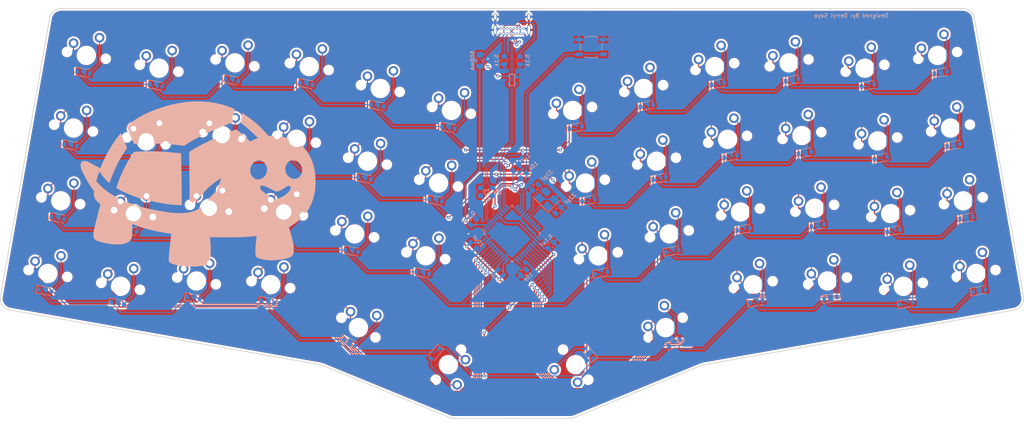
<source format=kicad_pcb>
(kicad_pcb (version 20171130) (host pcbnew "(5.1.10)-1")
  (layers (0 F.Cu signal) (31 B.Cu signal) (34 B.Paste user) (35 F.Paste user) (36 B.SilkS user) (37 F.SilkS user) (38 B.Mask user) (39 F.Mask user hide) (44 Edge.Cuts user))
  (net 0 "")
  (net 1 "Net-(C1-Pad1)")
  (net 2 VCC)
  (net 3 "Net-(D1-Pad2)")
  (net 4 "Net-(D2-Pad2)")
  (net 5 "Net-(D3-Pad2)")
  (net 6 "Net-(D4-Pad2)")
  (net 7 "Net-(D5-Pad2)")
  (net 8 "Net-(D6-Pad2)")
  (net 9 "Net-(D7-Pad2)")
  (net 10 "Net-(D8-Pad2)")
  (net 11 "Net-(D9-Pad2)")
  (net 12 "Net-(D10-Pad2)")
  (net 13 "Net-(D11-Pad2)")
  (net 14 "Net-(D12-Pad2)")
  (net 15 "Net-(D13-Pad2)")
  (net 16 "Net-(D14-Pad2)")
  (net 17 "Net-(D15-Pad2)")
  (net 18 "Net-(D16-Pad2)")
  (net 19 "Net-(D17-Pad2)")
  (net 20 "Net-(D18-Pad2)")
  (net 21 "Net-(D19-Pad2)")
  (net 22 "Net-(D20-Pad2)")
  (net 23 "Net-(D21-Pad2)")
  (net 24 "Net-(D22-Pad2)")
  (net 25 "Net-(D23-Pad2)")
  (net 26 "Net-(D24-Pad2)")
  (net 27 "Net-(D25-Pad2)")
  (net 28 "Net-(D26-Pad2)")
  (net 29 "Net-(D27-Pad2)")
  (net 30 "Net-(D28-Pad2)")
  (net 31 "Net-(D29-Pad2)")
  (net 32 "Net-(D30-Pad2)")
  (net 33 "Net-(D31-Pad2)")
  (net 34 "Net-(D32-Pad2)")
  (net 35 "Net-(D33-Pad2)")
  (net 36 "Net-(D34-Pad2)")
  (net 37 "Net-(D35-Pad2)")
  (net 38 "Net-(D36-Pad2)")
  (net 39 "Net-(D37-Pad2)")
  (net 40 "Net-(D38-Pad2)")
  (net 41 "Net-(D39-Pad2)")
  (net 42 "Net-(D40-Pad2)")
  (net 43 "Net-(D41-Pad2)")
  (net 44 "Net-(D42-Pad2)")
  (net 45 "Net-(D43-Pad2)")
  (net 46 "Net-(D44-Pad2)")
  (net 47 "Net-(D45-Pad2)")
  (net 48 "Net-(D46-Pad2)")
  (net 49 "Net-(D47-Pad2)")
  (net 50 "Net-(D48-Pad2)")
  (net 51 "Net-(J1-PadB5)")
  (net 52 "Net-(J1-PadB8)")
  (net 53 "Net-(J1-PadA8)")
  (net 54 "Net-(J1-PadA5)")
  (net 55 "Net-(R1-Pad1)")
  (net 56 "Net-(U1-Pad1)")
  (net 57 "Net-(U1-Pad12)")
  (net 58 "Net-(U1-Pad31)")
  (net 59 "Net-(U1-Pad32)")
  (net 60 "Net-(U1-Pad42)")
  (net 61 GND)
  (net 62 "Net-(U1-Pad22)")
  (net 63 +5V)
  (net 64 "Net-(C6-Pad2)")
  (net 65 "Net-(C7-Pad1)")
  (net 66 row0)
  (net 67 row1)
  (net 68 row2)
  (net 69 row3)
  (net 70 D-)
  (net 71 D+)
  (net 72 col0)
  (net 73 col1)
  (net 74 col2)
  (net 75 col3)
  (net 76 col4)
  (net 77 col5)
  (net 78 col6)
  (net 79 col7)
  (net 80 col8)
  (net 81 col9)
  (net 82 col10)
  (net 83 col11)
  (net 84 "Net-(R4-Pad2)")
  (net 85 "Net-(U1-Pad18)")
  (net 86 "Net-(U1-Pad19)")
  (net 87 "Net-(U1-Pad20)")
  (net 88 "Net-(U1-Pad21)")
  (net 89 DP)
  (net 90 DN)
  (module logo:turtlelogo (layer B.Cu) (at 68.2244 86.106 180)
    (fp_text reference G*** hide)
    (fp_text value LOGO hide)
  )
  (module Switch_Keyboard_Cherry_MX:SW_Cherry_MX_PCB_1.00u (layer F.Cu) (at 111.962523 86.004754 350)
    (fp_text reference K17 hide)
    (fp_text value KEYSW)
    (pad "" np_thru_hole circle (at 5.08 0 350) (size 1.75 1.75) (drill 1.75) (layers *.Cu *.Mask))
    (pad "" np_thru_hole circle (at -5.08 0 350) (size 1.75 1.75) (drill 1.75) (layers *.Cu *.Mask))
    (pad "" np_thru_hole circle (at 0 0 350) (size 4 4) (drill 4) (layers *.Cu *.Mask))
    (pad 2 thru_hole circle (at 2.54 -5.08 350) (size 2.5 2.5) (drill 1.5) (layers *.Cu B.Mask) (net 19 "Net-(D17-Pad2)"))
    (pad 1 thru_hole circle (at -3.81 -2.54 350) (size 2.5 2.5) (drill 1.5) (layers *.Cu B.Mask) (net 76 col4))
  )
  (module Switch_Keyboard_Cherry_MX:SW_Cherry_MX_PCB_1.00u (layer F.Cu) (at 220.774364 60.628171 10)
    (fp_text reference K10 hide)
    (fp_text value KEYSW)
    (pad "" np_thru_hole circle (at 5.08 0 10) (size 1.75 1.75) (drill 1.75) (layers *.Cu *.Mask))
    (pad "" np_thru_hole circle (at -5.08 0 10) (size 1.75 1.75) (drill 1.75) (layers *.Cu *.Mask))
    (pad "" np_thru_hole circle (at 0 0 10) (size 4 4) (drill 4) (layers *.Cu *.Mask))
    (pad 2 thru_hole circle (at 2.54 -5.08 10) (size 2.5 2.5) (drill 1.5) (layers *.Cu B.Mask) (net 12 "Net-(D10-Pad2)"))
    (pad 1 thru_hole circle (at -3.81 -2.54 10) (size 2.5 2.5) (drill 1.5) (layers *.Cu B.Mask) (net 81 col9))
  )
  (module Switch_Keyboard_Cherry_MX:SW_Cherry_MX_PCB_1.00u (layer F.Cu) (at 243.669827 80.770218 10)
    (fp_text reference K23 hide)
    (fp_text value KEYSW)
    (pad "" np_thru_hole circle (at 5.08 0 10) (size 1.75 1.75) (drill 1.75) (layers *.Cu *.Mask))
    (pad "" np_thru_hole circle (at -5.08 0 10) (size 1.75 1.75) (drill 1.75) (layers *.Cu *.Mask))
    (pad "" np_thru_hole circle (at 0 0 10) (size 4 4) (drill 4) (layers *.Cu *.Mask))
    (pad 2 thru_hole circle (at 2.54 -5.08 10) (size 2.5 2.5) (drill 1.5) (layers *.Cu B.Mask) (net 25 "Net-(D23-Pad2)"))
    (pad 1 thru_hole circle (at -3.81 -2.54 10) (size 2.5 2.5) (drill 1.5) (layers *.Cu B.Mask) (net 82 col10))
  )
  (module Switch_Keyboard_Cherry_MX:SW_Cherry_MX_PCB_1.00u (layer F.Cu) (at 262.430366 77.462229 10)
    (fp_text reference K24 hide)
    (fp_text value KEYSW)
    (pad "" np_thru_hole circle (at 5.08 0 10) (size 1.75 1.75) (drill 1.75) (layers *.Cu *.Mask))
    (pad "" np_thru_hole circle (at -5.08 0 10) (size 1.75 1.75) (drill 1.75) (layers *.Cu *.Mask))
    (pad "" np_thru_hole circle (at 0 0 10) (size 4 4) (drill 4) (layers *.Cu *.Mask))
    (pad 2 thru_hole circle (at 2.54 -5.08 10) (size 2.5 2.5) (drill 1.5) (layers *.Cu B.Mask) (net 26 "Net-(D24-Pad2)"))
    (pad 1 thru_hole circle (at -3.81 -2.54 10) (size 2.5 2.5) (drill 1.5) (layers *.Cu B.Mask) (net 83 col11))
  )
  (module Switch_Keyboard_Cherry_MX:SW_Cherry_MX_PCB_1.00u (layer F.Cu) (at 259.122368 58.701642 10)
    (fp_text reference K12 hide)
    (fp_text value KEYSW)
    (pad "" np_thru_hole circle (at 5.08 0 10) (size 1.75 1.75) (drill 1.75) (layers *.Cu *.Mask))
    (pad "" np_thru_hole circle (at -5.08 0 10) (size 1.75 1.75) (drill 1.75) (layers *.Cu *.Mask))
    (pad "" np_thru_hole circle (at 0 0 10) (size 4 4) (drill 4) (layers *.Cu *.Mask))
    (pad 2 thru_hole circle (at 2.54 -5.08 10) (size 2.5 2.5) (drill 1.5) (layers *.Cu B.Mask) (net 14 "Net-(D12-Pad2)"))
    (pad 1 thru_hole circle (at -3.81 -2.54 10) (size 2.5 2.5) (drill 1.5) (layers *.Cu B.Mask) (net 83 col11))
  )
  (module Switch_Keyboard_Cherry_MX:SW_Cherry_MX_PCB_1.00u (layer F.Cu) (at 240.361829 62.009631 10)
    (fp_text reference K11 hide)
    (fp_text value KEYSW)
    (pad "" np_thru_hole circle (at 5.08 0 10) (size 1.75 1.75) (drill 1.75) (layers *.Cu *.Mask))
    (pad "" np_thru_hole circle (at -5.08 0 10) (size 1.75 1.75) (drill 1.75) (layers *.Cu *.Mask))
    (pad "" np_thru_hole circle (at 0 0 10) (size 4 4) (drill 4) (layers *.Cu *.Mask))
    (pad 2 thru_hole circle (at 2.54 -5.08 10) (size 2.5 2.5) (drill 1.5) (layers *.Cu B.Mask) (net 13 "Net-(D11-Pad2)"))
    (pad 1 thru_hole circle (at -3.81 -2.54 10) (size 2.5 2.5) (drill 1.5) (layers *.Cu B.Mask) (net 82 col10))
  )
  (module Switch_Keyboard_Cherry_MX:SW_Cherry_MX_PCB_1.00u (layer F.Cu) (at 201.600276 61.591095 10)
    (fp_text reference K9 hide)
    (fp_text value KEYSW)
    (pad "" np_thru_hole circle (at 5.08 0 10) (size 1.75 1.75) (drill 1.75) (layers *.Cu *.Mask))
    (pad "" np_thru_hole circle (at -5.08 0 10) (size 1.75 1.75) (drill 1.75) (layers *.Cu *.Mask))
    (pad "" np_thru_hole circle (at 0 0 10) (size 4 4) (drill 4) (layers *.Cu *.Mask))
    (pad 2 thru_hole circle (at 2.54 -5.08 10) (size 2.5 2.5) (drill 1.5) (layers *.Cu B.Mask) (net 11 "Net-(D9-Pad2)"))
    (pad 1 thru_hole circle (at -3.81 -2.54 10) (size 2.5 2.5) (drill 1.5) (layers *.Cu B.Mask) (net 80 col8))
  )
  (module Switch_Keyboard_Cherry_MX:SW_Cherry_MX_PCB_1.00u (layer F.Cu) (at 183.253188 67.244167 10)
    (fp_text reference K8 hide)
    (fp_text value KEYSW)
    (pad "" np_thru_hole circle (at 5.08 0 10) (size 1.75 1.75) (drill 1.75) (layers *.Cu *.Mask))
    (pad "" np_thru_hole circle (at -5.08 0 10) (size 1.75 1.75) (drill 1.75) (layers *.Cu *.Mask))
    (pad "" np_thru_hole circle (at 0 0 10) (size 4 4) (drill 4) (layers *.Cu *.Mask))
    (pad 2 thru_hole circle (at 2.54 -5.08 10) (size 2.5 2.5) (drill 1.5) (layers *.Cu B.Mask) (net 10 "Net-(D8-Pad2)"))
    (pad 1 thru_hole circle (at -3.81 -2.54 10) (size 2.5 2.5) (drill 1.5) (layers *.Cu B.Mask) (net 79 col7))
  )
  (module Switch_Keyboard_Cherry_MX:SW_Cherry_MX_PCB_1.00u (layer F.Cu) (at 164.905953 72.897264 10)
    (fp_text reference K7 hide)
    (fp_text value KEYSW)
    (pad "" np_thru_hole circle (at 5.08 0 10) (size 1.75 1.75) (drill 1.75) (layers *.Cu *.Mask))
    (pad "" np_thru_hole circle (at -5.08 0 10) (size 1.75 1.75) (drill 1.75) (layers *.Cu *.Mask))
    (pad "" np_thru_hole circle (at 0 0 10) (size 4 4) (drill 4) (layers *.Cu *.Mask))
    (pad 2 thru_hole circle (at 2.54 -5.08 10) (size 2.5 2.5) (drill 1.5) (layers *.Cu B.Mask) (net 9 "Net-(D7-Pad2)"))
    (pad 1 thru_hole circle (at -3.81 -2.54 10) (size 2.5 2.5) (drill 1.5) (layers *.Cu B.Mask) (net 78 col6))
  )
  (module Switch_Keyboard_Cherry_MX:SW_Cherry_MX_PCB_1.00u (layer F.Cu) (at 133.617756 72.897264 350)
    (fp_text reference K6 hide)
    (fp_text value KEYSW)
    (pad "" np_thru_hole circle (at 5.08 0 350) (size 1.75 1.75) (drill 1.75) (layers *.Cu *.Mask))
    (pad "" np_thru_hole circle (at -5.08 0 350) (size 1.75 1.75) (drill 1.75) (layers *.Cu *.Mask))
    (pad "" np_thru_hole circle (at 0 0 350) (size 4 4) (drill 4) (layers *.Cu *.Mask))
    (pad 2 thru_hole circle (at 2.54 -5.08 350) (size 2.5 2.5) (drill 1.5) (layers *.Cu B.Mask) (net 8 "Net-(D6-Pad2)"))
    (pad 1 thru_hole circle (at -3.81 -2.54 350) (size 2.5 2.5) (drill 1.5) (layers *.Cu B.Mask) (net 77 col5))
  )
  (module Switch_Keyboard_Cherry_MX:SW_Cherry_MX_PCB_1.00u (layer F.Cu) (at 115.27052 67.244167 350)
    (fp_text reference K5 hide)
    (fp_text value KEYSW)
    (pad "" np_thru_hole circle (at 5.08 0 350) (size 1.75 1.75) (drill 1.75) (layers *.Cu *.Mask))
    (pad "" np_thru_hole circle (at -5.08 0 350) (size 1.75 1.75) (drill 1.75) (layers *.Cu *.Mask))
    (pad "" np_thru_hole circle (at 0 0 350) (size 4 4) (drill 4) (layers *.Cu *.Mask))
    (pad 2 thru_hole circle (at 2.54 -5.08 350) (size 2.5 2.5) (drill 1.5) (layers *.Cu B.Mask) (net 7 "Net-(D5-Pad2)"))
    (pad 1 thru_hole circle (at -3.81 -2.54 350) (size 2.5 2.5) (drill 1.5) (layers *.Cu B.Mask) (net 76 col4))
  )
  (module Switch_Keyboard_Cherry_MX:SW_Cherry_MX_PCB_1.00u (layer F.Cu) (at 96.923432 61.591095 350)
    (fp_text reference K4 hide)
    (fp_text value KEYSW)
    (pad "" np_thru_hole circle (at 5.08 0 350) (size 1.75 1.75) (drill 1.75) (layers *.Cu *.Mask))
    (pad "" np_thru_hole circle (at -5.08 0 350) (size 1.75 1.75) (drill 1.75) (layers *.Cu *.Mask))
    (pad "" np_thru_hole circle (at 0 0 350) (size 4 4) (drill 4) (layers *.Cu *.Mask))
    (pad 2 thru_hole circle (at 2.54 -5.08 350) (size 2.5 2.5) (drill 1.5) (layers *.Cu B.Mask) (net 6 "Net-(D4-Pad2)"))
    (pad 1 thru_hole circle (at -3.81 -2.54 350) (size 2.5 2.5) (drill 1.5) (layers *.Cu B.Mask) (net 75 col3))
  )
  (module Switch_Keyboard_Cherry_MX:SW_Cherry_MX_PCB_1.00u (layer F.Cu) (at 77.749345 60.628171 350)
    (fp_text reference K3 hide)
    (fp_text value KEYSW)
    (pad "" np_thru_hole circle (at 5.08 0 350) (size 1.75 1.75) (drill 1.75) (layers *.Cu *.Mask))
    (pad "" np_thru_hole circle (at -5.08 0 350) (size 1.75 1.75) (drill 1.75) (layers *.Cu *.Mask))
    (pad "" np_thru_hole circle (at 0 0 350) (size 4 4) (drill 4) (layers *.Cu *.Mask))
    (pad 2 thru_hole circle (at 2.54 -5.08 350) (size 2.5 2.5) (drill 1.5) (layers *.Cu B.Mask) (net 5 "Net-(D3-Pad2)"))
    (pad 1 thru_hole circle (at -3.81 -2.54 350) (size 2.5 2.5) (drill 1.5) (layers *.Cu B.Mask) (net 74 col2))
  )
  (module Switch_Keyboard_Cherry_MX:SW_Cherry_MX_PCB_1.00u (layer F.Cu) (at 39.401341 58.701642 350)
    (fp_text reference K1 hide)
    (fp_text value KEYSW)
    (pad "" np_thru_hole circle (at 5.08 0 350) (size 1.75 1.75) (drill 1.75) (layers *.Cu *.Mask))
    (pad "" np_thru_hole circle (at -5.08 0 350) (size 1.75 1.75) (drill 1.75) (layers *.Cu *.Mask))
    (pad "" np_thru_hole circle (at 0 0 350) (size 4 4) (drill 4) (layers *.Cu *.Mask))
    (pad 2 thru_hole circle (at 2.54 -5.08 350) (size 2.5 2.5) (drill 1.5) (layers *.Cu B.Mask) (net 3 "Net-(D1-Pad2)"))
    (pad 1 thru_hole circle (at -3.81 -2.54 350) (size 2.5 2.5) (drill 1.5) (layers *.Cu B.Mask) (net 72 col0))
  )
  (module Switch_Keyboard_Cherry_MX:SW_Cherry_MX_PCB_1.00u (layer F.Cu) (at 58.161879 62.009631 350)
    (fp_text reference K2 hide)
    (fp_text value KEYSW)
    (pad "" np_thru_hole circle (at 5.08 0 350) (size 1.75 1.75) (drill 1.75) (layers *.Cu *.Mask))
    (pad "" np_thru_hole circle (at -5.08 0 350) (size 1.75 1.75) (drill 1.75) (layers *.Cu *.Mask))
    (pad "" np_thru_hole circle (at 0 0 350) (size 4 4) (drill 4) (layers *.Cu *.Mask))
    (pad 2 thru_hole circle (at 2.54 -5.08 350) (size 2.5 2.5) (drill 1.5) (layers *.Cu B.Mask) (net 4 "Net-(D2-Pad2)"))
    (pad 1 thru_hole circle (at -3.81 -2.54 350) (size 2.5 2.5) (drill 1.5) (layers *.Cu B.Mask) (net 73 col1))
  )
  (module Diode_SMD:D_SOD-123 (layer B.Cu) (at 38.619872 63.133572 350)
    (fp_text reference D1 hide)
    (fp_text value D)
    (pad 2 smd rect (at 1.65 0 350) (size 0.9 1.2) (layers B.Cu B.Paste B.Mask) (net 3 "Net-(D1-Pad2)"))
    (pad 1 smd rect (at -1.65 0 350) (size 0.9 1.2) (layers B.Cu B.Paste B.Mask) (net 66 row0))
  )
  (module Type-C:USB_C_GCT_USB4085 (layer B.Cu) (at 149.261854 46.99)
    (fp_text reference J1 hide)
    (fp_text value USB_C_Receptacle_USB2.0)
    (pad A5 thru_hole circle (at -1.275 6.1) (size 0.65 0.65) (drill 0.4) (layers *.Cu *.Mask) (net 54 "Net-(J1-PadA5)"))
    (pad A1 thru_hole circle (at -2.975 6.1) (size 0.65 0.65) (drill 0.4) (layers *.Cu *.Mask) (net 61 GND))
    (pad A4 thru_hole circle (at -2.125 6.1) (size 0.65 0.65) (drill 0.4) (layers *.Cu *.Mask) (net 2 VCC))
    (pad A6 thru_hole circle (at -0.425 6.1) (size 0.65 0.65) (drill 0.4) (layers *.Cu *.Mask) (net 89 DP))
    (pad A7 thru_hole circle (at 0.425 6.1) (size 0.65 0.65) (drill 0.4) (layers *.Cu *.Mask) (net 90 DN))
    (pad A8 thru_hole circle (at 1.275 6.1) (size 0.65 0.65) (drill 0.4) (layers *.Cu *.Mask) (net 53 "Net-(J1-PadA8)"))
    (pad A9 thru_hole circle (at 2.125 6.1) (size 0.65 0.65) (drill 0.4) (layers *.Cu *.Mask) (net 2 VCC))
    (pad A12 thru_hole circle (at 2.975 6.1) (size 0.65 0.65) (drill 0.4) (layers *.Cu *.Mask) (net 61 GND))
    (pad B12 thru_hole circle (at -2.975 4.775) (size 0.65 0.65) (drill 0.4) (layers *.Cu *.Mask) (net 61 GND))
    (pad B9 thru_hole circle (at -2.12 4.775) (size 0.65 0.65) (drill 0.4) (layers *.Cu *.Mask) (net 2 VCC))
    (pad B8 thru_hole circle (at -1.27 4.775) (size 0.65 0.65) (drill 0.4) (layers *.Cu *.Mask) (net 52 "Net-(J1-PadB8)"))
    (pad B7 thru_hole circle (at -0.42 4.775) (size 0.65 0.65) (drill 0.4) (layers *.Cu *.Mask) (net 90 DN))
    (pad B6 thru_hole circle (at 0.43 4.775) (size 0.65 0.65) (drill 0.4) (layers *.Cu *.Mask) (net 89 DP))
    (pad B5 thru_hole circle (at 1.28 4.775) (size 0.65 0.65) (drill 0.4) (layers *.Cu *.Mask) (net 51 "Net-(J1-PadB5)"))
    (pad B4 thru_hole circle (at 2.13 4.775) (size 0.65 0.65) (drill 0.4) (layers *.Cu *.Mask) (net 2 VCC))
    (pad B1 thru_hole circle (at 2.98 4.775) (size 0.65 0.65) (drill 0.4) (layers *.Cu *.Mask) (net 61 GND))
    (pad S1 thru_hole oval (at -4.325 5.12) (size 0.9 2.4) (drill oval 0.6 2.1) (layers *.Cu *.Mask) (net 61 GND))
    (pad S1 thru_hole oval (at 4.325 5.12) (size 0.9 2.4) (drill oval 0.6 2.1) (layers *.Cu *.Mask) (net 61 GND))
    (pad S1 thru_hole oval (at -4.325 1.74) (size 0.9 1.7) (drill oval 0.6 1.4) (layers *.Cu *.Mask) (net 61 GND))
    (pad S1 thru_hole oval (at 4.325 1.74) (size 0.9 1.7) (drill oval 0.6 1.4) (layers *.Cu *.Mask) (net 61 GND))
  )
  (module Switch_Keyboard_Cherry_MX:SW_Cherry_MX_PCB_1.00u (layer F.Cu) (at 36.093343 77.462229 350)
    (fp_text reference K13 hide)
    (fp_text value KEYSW)
    (pad "" np_thru_hole circle (at 5.08 0 350) (size 1.75 1.75) (drill 1.75) (layers *.Cu *.Mask))
    (pad "" np_thru_hole circle (at -5.08 0 350) (size 1.75 1.75) (drill 1.75) (layers *.Cu *.Mask))
    (pad "" np_thru_hole circle (at 0 0 350) (size 4 4) (drill 4) (layers *.Cu *.Mask))
    (pad 2 thru_hole circle (at 2.54 -5.08 350) (size 2.5 2.5) (drill 1.5) (layers *.Cu B.Mask) (net 15 "Net-(D13-Pad2)"))
    (pad 1 thru_hole circle (at -3.81 -2.54 350) (size 2.5 2.5) (drill 1.5) (layers *.Cu B.Mask) (net 72 col0))
  )
  (module Switch_Keyboard_Cherry_MX:SW_Cherry_MX_PCB_1.00u (layer F.Cu) (at 54.853882 80.770218 350)
    (fp_text reference K14 hide)
    (fp_text value KEYSW)
    (pad "" np_thru_hole circle (at 5.08 0 350) (size 1.75 1.75) (drill 1.75) (layers *.Cu *.Mask))
    (pad "" np_thru_hole circle (at -5.08 0 350) (size 1.75 1.75) (drill 1.75) (layers *.Cu *.Mask))
    (pad "" np_thru_hole circle (at 0 0 350) (size 4 4) (drill 4) (layers *.Cu *.Mask))
    (pad 2 thru_hole circle (at 2.54 -5.08 350) (size 2.5 2.5) (drill 1.5) (layers *.Cu B.Mask) (net 16 "Net-(D14-Pad2)"))
    (pad 1 thru_hole circle (at -3.81 -2.54 350) (size 2.5 2.5) (drill 1.5) (layers *.Cu B.Mask) (net 73 col1))
  )
  (module Switch_Keyboard_Cherry_MX:SW_Cherry_MX_PCB_1.00u (layer F.Cu) (at 74.441347 79.388759 350)
    (fp_text reference K15 hide)
    (fp_text value KEYSW)
    (pad "" np_thru_hole circle (at 5.08 0 350) (size 1.75 1.75) (drill 1.75) (layers *.Cu *.Mask))
    (pad "" np_thru_hole circle (at -5.08 0 350) (size 1.75 1.75) (drill 1.75) (layers *.Cu *.Mask))
    (pad "" np_thru_hole circle (at 0 0 350) (size 4 4) (drill 4) (layers *.Cu *.Mask))
    (pad 2 thru_hole circle (at 2.54 -5.08 350) (size 2.5 2.5) (drill 1.5) (layers *.Cu B.Mask) (net 17 "Net-(D15-Pad2)"))
    (pad 1 thru_hole circle (at -3.81 -2.54 350) (size 2.5 2.5) (drill 1.5) (layers *.Cu B.Mask) (net 74 col2))
  )
  (module Switch_Keyboard_Cherry_MX:SW_Cherry_MX_PCB_1.00u (layer F.Cu) (at 93.615435 80.351683 350)
    (fp_text reference K16 hide)
    (fp_text value KEYSW)
    (pad "" np_thru_hole circle (at 5.08 0 350) (size 1.75 1.75) (drill 1.75) (layers *.Cu *.Mask))
    (pad "" np_thru_hole circle (at -5.08 0 350) (size 1.75 1.75) (drill 1.75) (layers *.Cu *.Mask))
    (pad "" np_thru_hole circle (at 0 0 350) (size 4 4) (drill 4) (layers *.Cu *.Mask))
    (pad 2 thru_hole circle (at 2.54 -5.08 350) (size 2.5 2.5) (drill 1.5) (layers *.Cu B.Mask) (net 18 "Net-(D16-Pad2)"))
    (pad 1 thru_hole circle (at -3.81 -2.54 350) (size 2.5 2.5) (drill 1.5) (layers *.Cu B.Mask) (net 75 col3))
  )
  (module Switch_Keyboard_Cherry_MX:SW_Cherry_MX_PCB_1.00u (layer F.Cu) (at 130.309758 91.657852 350)
    (fp_text reference K18 hide)
    (fp_text value KEYSW)
    (pad "" np_thru_hole circle (at 5.08 0 350) (size 1.75 1.75) (drill 1.75) (layers *.Cu *.Mask))
    (pad "" np_thru_hole circle (at -5.08 0 350) (size 1.75 1.75) (drill 1.75) (layers *.Cu *.Mask))
    (pad "" np_thru_hole circle (at 0 0 350) (size 4 4) (drill 4) (layers *.Cu *.Mask))
    (pad 2 thru_hole circle (at 2.54 -5.08 350) (size 2.5 2.5) (drill 1.5) (layers *.Cu B.Mask) (net 20 "Net-(D18-Pad2)"))
    (pad 1 thru_hole circle (at -3.81 -2.54 350) (size 2.5 2.5) (drill 1.5) (layers *.Cu B.Mask) (net 77 col5))
  )
  (module Switch_Keyboard_Cherry_MX:SW_Cherry_MX_PCB_1.00u (layer F.Cu) (at 168.21395 91.657852 10)
    (fp_text reference K19 hide)
    (fp_text value KEYSW)
    (pad "" np_thru_hole circle (at 5.08 0 10) (size 1.75 1.75) (drill 1.75) (layers *.Cu *.Mask))
    (pad "" np_thru_hole circle (at -5.08 0 10) (size 1.75 1.75) (drill 1.75) (layers *.Cu *.Mask))
    (pad "" np_thru_hole circle (at 0 0 10) (size 4 4) (drill 4) (layers *.Cu *.Mask))
    (pad 2 thru_hole circle (at 2.54 -5.08 10) (size 2.5 2.5) (drill 1.5) (layers *.Cu B.Mask) (net 21 "Net-(D19-Pad2)"))
    (pad 1 thru_hole circle (at -3.81 -2.54 10) (size 2.5 2.5) (drill 1.5) (layers *.Cu B.Mask) (net 78 col6))
  )
  (module Switch_Keyboard_Cherry_MX:SW_Cherry_MX_PCB_1.00u (layer F.Cu) (at 186.561186 86.004754 10)
    (fp_text reference K20 hide)
    (fp_text value KEYSW)
    (pad "" np_thru_hole circle (at 5.08 0 10) (size 1.75 1.75) (drill 1.75) (layers *.Cu *.Mask))
    (pad "" np_thru_hole circle (at -5.08 0 10) (size 1.75 1.75) (drill 1.75) (layers *.Cu *.Mask))
    (pad "" np_thru_hole circle (at 0 0 10) (size 4 4) (drill 4) (layers *.Cu *.Mask))
    (pad 2 thru_hole circle (at 2.54 -5.08 10) (size 2.5 2.5) (drill 1.5) (layers *.Cu B.Mask) (net 22 "Net-(D20-Pad2)"))
    (pad 1 thru_hole circle (at -3.81 -2.54 10) (size 2.5 2.5) (drill 1.5) (layers *.Cu B.Mask) (net 79 col7))
  )
  (module Switch_Keyboard_Cherry_MX:SW_Cherry_MX_PCB_1.00u (layer F.Cu) (at 204.908274 80.351683 10)
    (fp_text reference K21 hide)
    (fp_text value KEYSW)
    (pad "" np_thru_hole circle (at 5.08 0 10) (size 1.75 1.75) (drill 1.75) (layers *.Cu *.Mask))
    (pad "" np_thru_hole circle (at -5.08 0 10) (size 1.75 1.75) (drill 1.75) (layers *.Cu *.Mask))
    (pad "" np_thru_hole circle (at 0 0 10) (size 4 4) (drill 4) (layers *.Cu *.Mask))
    (pad 2 thru_hole circle (at 2.54 -5.08 10) (size 2.5 2.5) (drill 1.5) (layers *.Cu B.Mask) (net 23 "Net-(D21-Pad2)"))
    (pad 1 thru_hole circle (at -3.81 -2.54 10) (size 2.5 2.5) (drill 1.5) (layers *.Cu B.Mask) (net 80 col8))
  )
  (module Switch_Keyboard_Cherry_MX:SW_Cherry_MX_PCB_1.00u (layer F.Cu) (at 224.082361 79.388759 10)
    (fp_text reference K22 hide)
    (fp_text value KEYSW)
    (pad "" np_thru_hole circle (at 5.08 0 10) (size 1.75 1.75) (drill 1.75) (layers *.Cu *.Mask))
    (pad "" np_thru_hole circle (at -5.08 0 10) (size 1.75 1.75) (drill 1.75) (layers *.Cu *.Mask))
    (pad "" np_thru_hole circle (at 0 0 10) (size 4 4) (drill 4) (layers *.Cu *.Mask))
    (pad 2 thru_hole circle (at 2.54 -5.08 10) (size 2.5 2.5) (drill 1.5) (layers *.Cu B.Mask) (net 24 "Net-(D22-Pad2)"))
    (pad 1 thru_hole circle (at -3.81 -2.54 10) (size 2.5 2.5) (drill 1.5) (layers *.Cu B.Mask) (net 81 col9))
  )
  (module Switch_Keyboard_Cherry_MX:SW_Cherry_MX_PCB_1.00u (layer F.Cu) (at 32.785328 96.222916 350)
    (fp_text reference K25 hide)
    (fp_text value KEYSW)
    (pad "" np_thru_hole circle (at 5.08 0 350) (size 1.75 1.75) (drill 1.75) (layers *.Cu *.Mask))
    (pad "" np_thru_hole circle (at -5.08 0 350) (size 1.75 1.75) (drill 1.75) (layers *.Cu *.Mask))
    (pad "" np_thru_hole circle (at 0 0 350) (size 4 4) (drill 4) (layers *.Cu *.Mask))
    (pad 2 thru_hole circle (at 2.54 -5.08 350) (size 2.5 2.5) (drill 1.5) (layers *.Cu B.Mask) (net 27 "Net-(D25-Pad2)"))
    (pad 1 thru_hole circle (at -3.81 -2.54 350) (size 2.5 2.5) (drill 1.5) (layers *.Cu B.Mask) (net 72 col0))
  )
  (module Switch_Keyboard_Cherry_MX:SW_Cherry_MX_PCB_1.00u (layer F.Cu) (at 51.545867 99.530905 350)
    (fp_text reference K26 hide)
    (fp_text value KEYSW)
    (pad "" np_thru_hole circle (at 5.08 0 350) (size 1.75 1.75) (drill 1.75) (layers *.Cu *.Mask))
    (pad "" np_thru_hole circle (at -5.08 0 350) (size 1.75 1.75) (drill 1.75) (layers *.Cu *.Mask))
    (pad "" np_thru_hole circle (at 0 0 350) (size 4 4) (drill 4) (layers *.Cu *.Mask))
    (pad 2 thru_hole circle (at 2.54 -5.08 350) (size 2.5 2.5) (drill 1.5) (layers *.Cu B.Mask) (net 28 "Net-(D26-Pad2)"))
    (pad 1 thru_hole circle (at -3.81 -2.54 350) (size 2.5 2.5) (drill 1.5) (layers *.Cu B.Mask) (net 73 col1))
  )
  (module Switch_Keyboard_Cherry_MX:SW_Cherry_MX_PCB_1.00u (layer F.Cu) (at 71.133349 98.149346 350)
    (fp_text reference K27 hide)
    (fp_text value KEYSW)
    (pad "" np_thru_hole circle (at 5.08 0 350) (size 1.75 1.75) (drill 1.75) (layers *.Cu *.Mask))
    (pad "" np_thru_hole circle (at -5.08 0 350) (size 1.75 1.75) (drill 1.75) (layers *.Cu *.Mask))
    (pad "" np_thru_hole circle (at 0 0 350) (size 4 4) (drill 4) (layers *.Cu *.Mask))
    (pad 2 thru_hole circle (at 2.54 -5.08 350) (size 2.5 2.5) (drill 1.5) (layers *.Cu B.Mask) (net 29 "Net-(D27-Pad2)"))
    (pad 1 thru_hole circle (at -3.81 -2.54 350) (size 2.5 2.5) (drill 1.5) (layers *.Cu B.Mask) (net 74 col2))
  )
  (module Switch_Keyboard_Cherry_MX:SW_Cherry_MX_PCB_1.00u (layer F.Cu) (at 90.307437 99.112271 350)
    (fp_text reference K28 hide)
    (fp_text value KEYSW)
    (pad "" np_thru_hole circle (at 5.08 0 350) (size 1.75 1.75) (drill 1.75) (layers *.Cu *.Mask))
    (pad "" np_thru_hole circle (at -5.08 0 350) (size 1.75 1.75) (drill 1.75) (layers *.Cu *.Mask))
    (pad "" np_thru_hole circle (at 0 0 350) (size 4 4) (drill 4) (layers *.Cu *.Mask))
    (pad 2 thru_hole circle (at 2.54 -5.08 350) (size 2.5 2.5) (drill 1.5) (layers *.Cu B.Mask) (net 30 "Net-(D28-Pad2)"))
    (pad 1 thru_hole circle (at -3.81 -2.54 350) (size 2.5 2.5) (drill 1.5) (layers *.Cu B.Mask) (net 75 col3))
  )
  (module Switch_Keyboard_Cherry_MX:SW_Cherry_MX_PCB_1.00u (layer F.Cu) (at 108.654525 104.765342 350)
    (fp_text reference K29 hide)
    (fp_text value KEYSW)
    (pad "" np_thru_hole circle (at 5.08 0 350) (size 1.75 1.75) (drill 1.75) (layers *.Cu *.Mask))
    (pad "" np_thru_hole circle (at -5.08 0 350) (size 1.75 1.75) (drill 1.75) (layers *.Cu *.Mask))
    (pad "" np_thru_hole circle (at 0 0 350) (size 4 4) (drill 4) (layers *.Cu *.Mask))
    (pad 2 thru_hole circle (at 2.54 -5.08 350) (size 2.5 2.5) (drill 1.5) (layers *.Cu B.Mask) (net 31 "Net-(D29-Pad2)"))
    (pad 1 thru_hole circle (at -3.81 -2.54 350) (size 2.5 2.5) (drill 1.5) (layers *.Cu B.Mask) (net 76 col4))
  )
  (module Switch_Keyboard_Cherry_MX:SW_Cherry_MX_PCB_1.00u (layer F.Cu) (at 127.001761 110.418439 350)
    (fp_text reference K30 hide)
    (fp_text value KEYSW)
    (pad "" np_thru_hole circle (at 5.08 0 350) (size 1.75 1.75) (drill 1.75) (layers *.Cu *.Mask))
    (pad "" np_thru_hole circle (at -5.08 0 350) (size 1.75 1.75) (drill 1.75) (layers *.Cu *.Mask))
    (pad "" np_thru_hole circle (at 0 0 350) (size 4 4) (drill 4) (layers *.Cu *.Mask))
    (pad 2 thru_hole circle (at 2.54 -5.08 350) (size 2.5 2.5) (drill 1.5) (layers *.Cu B.Mask) (net 32 "Net-(D30-Pad2)"))
    (pad 1 thru_hole circle (at -3.81 -2.54 350) (size 2.5 2.5) (drill 1.5) (layers *.Cu B.Mask) (net 77 col5))
  )
  (module Switch_Keyboard_Cherry_MX:SW_Cherry_MX_PCB_1.00u (layer F.Cu) (at 171.521948 110.418439 10)
    (fp_text reference K31 hide)
    (fp_text value KEYSW)
    (pad "" np_thru_hole circle (at 5.08 0 10) (size 1.75 1.75) (drill 1.75) (layers *.Cu *.Mask))
    (pad "" np_thru_hole circle (at -5.08 0 10) (size 1.75 1.75) (drill 1.75) (layers *.Cu *.Mask))
    (pad "" np_thru_hole circle (at 0 0 10) (size 4 4) (drill 4) (layers *.Cu *.Mask))
    (pad 2 thru_hole circle (at 2.54 -5.08 10) (size 2.5 2.5) (drill 1.5) (layers *.Cu B.Mask) (net 33 "Net-(D31-Pad2)"))
    (pad 1 thru_hole circle (at -3.81 -2.54 10) (size 2.5 2.5) (drill 1.5) (layers *.Cu B.Mask) (net 78 col6))
  )
  (module Switch_Keyboard_Cherry_MX:SW_Cherry_MX_PCB_1.00u (layer F.Cu) (at 189.869184 104.765342 10)
    (fp_text reference K32 hide)
    (fp_text value KEYSW)
    (pad "" np_thru_hole circle (at 5.08 0 10) (size 1.75 1.75) (drill 1.75) (layers *.Cu *.Mask))
    (pad "" np_thru_hole circle (at -5.08 0 10) (size 1.75 1.75) (drill 1.75) (layers *.Cu *.Mask))
    (pad "" np_thru_hole circle (at 0 0 10) (size 4 4) (drill 4) (layers *.Cu *.Mask))
    (pad 2 thru_hole circle (at 2.54 -5.08 10) (size 2.5 2.5) (drill 1.5) (layers *.Cu B.Mask) (net 34 "Net-(D32-Pad2)"))
    (pad 1 thru_hole circle (at -3.81 -2.54 10) (size 2.5 2.5) (drill 1.5) (layers *.Cu B.Mask) (net 79 col7))
  )
  (module Switch_Keyboard_Cherry_MX:SW_Cherry_MX_PCB_1.00u (layer F.Cu) (at 208.216272 99.112271 10)
    (fp_text reference K33 hide)
    (fp_text value KEYSW)
    (pad "" np_thru_hole circle (at 5.08 0 10) (size 1.75 1.75) (drill 1.75) (layers *.Cu *.Mask))
    (pad "" np_thru_hole circle (at -5.08 0 10) (size 1.75 1.75) (drill 1.75) (layers *.Cu *.Mask))
    (pad "" np_thru_hole circle (at 0 0 10) (size 4 4) (drill 4) (layers *.Cu *.Mask))
    (pad 2 thru_hole circle (at 2.54 -5.08 10) (size 2.5 2.5) (drill 1.5) (layers *.Cu B.Mask) (net 35 "Net-(D33-Pad2)"))
    (pad 1 thru_hole circle (at -3.81 -2.54 10) (size 2.5 2.5) (drill 1.5) (layers *.Cu B.Mask) (net 80 col8))
  )
  (module Switch_Keyboard_Cherry_MX:SW_Cherry_MX_PCB_1.00u (layer F.Cu) (at 227.390359 98.149346 10)
    (fp_text reference K34 hide)
    (fp_text value KEYSW)
    (pad "" np_thru_hole circle (at 5.08 0 10) (size 1.75 1.75) (drill 1.75) (layers *.Cu *.Mask))
    (pad "" np_thru_hole circle (at -5.08 0 10) (size 1.75 1.75) (drill 1.75) (layers *.Cu *.Mask))
    (pad "" np_thru_hole circle (at 0 0 10) (size 4 4) (drill 4) (layers *.Cu *.Mask))
    (pad 2 thru_hole circle (at 2.54 -5.08 10) (size 2.5 2.5) (drill 1.5) (layers *.Cu B.Mask) (net 36 "Net-(D34-Pad2)"))
    (pad 1 thru_hole circle (at -3.81 -2.54 10) (size 2.5 2.5) (drill 1.5) (layers *.Cu B.Mask) (net 81 col9))
  )
  (module Switch_Keyboard_Cherry_MX:SW_Cherry_MX_PCB_1.00u (layer F.Cu) (at 246.977842 99.530905 10)
    (fp_text reference K35 hide)
    (fp_text value KEYSW)
    (pad "" np_thru_hole circle (at 5.08 0 10) (size 1.75 1.75) (drill 1.75) (layers *.Cu *.Mask))
    (pad "" np_thru_hole circle (at -5.08 0 10) (size 1.75 1.75) (drill 1.75) (layers *.Cu *.Mask))
    (pad "" np_thru_hole circle (at 0 0 10) (size 4 4) (drill 4) (layers *.Cu *.Mask))
    (pad 2 thru_hole circle (at 2.54 -5.08 10) (size 2.5 2.5) (drill 1.5) (layers *.Cu B.Mask) (net 37 "Net-(D35-Pad2)"))
    (pad 1 thru_hole circle (at -3.81 -2.54 10) (size 2.5 2.5) (drill 1.5) (layers *.Cu B.Mask) (net 82 col10))
  )
  (module Switch_Keyboard_Cherry_MX:SW_Cherry_MX_PCB_1.00u (layer F.Cu) (at 265.738381 96.222916 10)
    (fp_text reference K36 hide)
    (fp_text value KEYSW)
    (pad "" np_thru_hole circle (at 5.08 0 10) (size 1.75 1.75) (drill 1.75) (layers *.Cu *.Mask))
    (pad "" np_thru_hole circle (at -5.08 0 10) (size 1.75 1.75) (drill 1.75) (layers *.Cu *.Mask))
    (pad "" np_thru_hole circle (at 0 0 10) (size 4 4) (drill 4) (layers *.Cu *.Mask))
    (pad 2 thru_hole circle (at 2.54 -5.08 10) (size 2.5 2.5) (drill 1.5) (layers *.Cu B.Mask) (net 38 "Net-(D36-Pad2)"))
    (pad 1 thru_hole circle (at -3.81 -2.54 10) (size 2.5 2.5) (drill 1.5) (layers *.Cu B.Mask) (net 83 col11))
  )
  (module Switch_Keyboard_Cherry_MX:SW_Cherry_MX_PCB_1.00u (layer F.Cu) (at 29.477339 114.983454 350)
    (fp_text reference K37 hide)
    (fp_text value KEYSW)
    (pad "" np_thru_hole circle (at 5.08 0 350) (size 1.75 1.75) (drill 1.75) (layers *.Cu *.Mask))
    (pad "" np_thru_hole circle (at -5.08 0 350) (size 1.75 1.75) (drill 1.75) (layers *.Cu *.Mask))
    (pad "" np_thru_hole circle (at 0 0 350) (size 4 4) (drill 4) (layers *.Cu *.Mask))
    (pad 2 thru_hole circle (at 2.54 -5.08 350) (size 2.5 2.5) (drill 1.5) (layers *.Cu B.Mask) (net 39 "Net-(D37-Pad2)"))
    (pad 1 thru_hole circle (at -3.81 -2.54 350) (size 2.5 2.5) (drill 1.5) (layers *.Cu B.Mask) (net 72 col0))
  )
  (module Switch_Keyboard_Cherry_MX:SW_Cherry_MX_PCB_1.00u (layer F.Cu) (at 48.237877 118.291443 350)
    (fp_text reference K38 hide)
    (fp_text value KEYSW)
    (pad "" np_thru_hole circle (at 5.08 0 350) (size 1.75 1.75) (drill 1.75) (layers *.Cu *.Mask))
    (pad "" np_thru_hole circle (at -5.08 0 350) (size 1.75 1.75) (drill 1.75) (layers *.Cu *.Mask))
    (pad "" np_thru_hole circle (at 0 0 350) (size 4 4) (drill 4) (layers *.Cu *.Mask))
    (pad 2 thru_hole circle (at 2.54 -5.08 350) (size 2.5 2.5) (drill 1.5) (layers *.Cu B.Mask) (net 40 "Net-(D38-Pad2)"))
    (pad 1 thru_hole circle (at -3.81 -2.54 350) (size 2.5 2.5) (drill 1.5) (layers *.Cu B.Mask) (net 73 col1))
  )
  (module Switch_Keyboard_Cherry_MX:SW_Cherry_MX_PCB_1.00u (layer F.Cu) (at 67.825343 116.909983 350)
    (fp_text reference K39 hide)
    (fp_text value KEYSW)
    (pad "" np_thru_hole circle (at 5.08 0 350) (size 1.75 1.75) (drill 1.75) (layers *.Cu *.Mask))
    (pad "" np_thru_hole circle (at -5.08 0 350) (size 1.75 1.75) (drill 1.75) (layers *.Cu *.Mask))
    (pad "" np_thru_hole circle (at 0 0 350) (size 4 4) (drill 4) (layers *.Cu *.Mask))
    (pad 2 thru_hole circle (at 2.54 -5.08 350) (size 2.5 2.5) (drill 1.5) (layers *.Cu B.Mask) (net 41 "Net-(D39-Pad2)"))
    (pad 1 thru_hole circle (at -3.81 -2.54 350) (size 2.5 2.5) (drill 1.5) (layers *.Cu B.Mask) (net 74 col2))
  )
  (module Switch_Keyboard_Cherry_MX:SW_Cherry_MX_PCB_1.00u (layer F.Cu) (at 86.99943 117.872908 350)
    (fp_text reference K40 hide)
    (fp_text value KEYSW)
    (pad "" np_thru_hole circle (at 5.08 0 350) (size 1.75 1.75) (drill 1.75) (layers *.Cu *.Mask))
    (pad "" np_thru_hole circle (at -5.08 0 350) (size 1.75 1.75) (drill 1.75) (layers *.Cu *.Mask))
    (pad "" np_thru_hole circle (at 0 0 350) (size 4 4) (drill 4) (layers *.Cu *.Mask))
    (pad 2 thru_hole circle (at 2.54 -5.08 350) (size 2.5 2.5) (drill 1.5) (layers *.Cu B.Mask) (net 42 "Net-(D40-Pad2)"))
    (pad 1 thru_hole circle (at -3.81 -2.54 350) (size 2.5 2.5) (drill 1.5) (layers *.Cu B.Mask) (net 75 col3))
  )
  (module Switch_Keyboard_Cherry_MX:SW_Cherry_MX_PCB_1.25u (layer F.Cu) (at 109.611636 128.948895 330)
    (fp_text reference K41 hide)
    (fp_text value KEYSW)
    (pad "" np_thru_hole circle (at 5.08 0 330) (size 1.75 1.75) (drill 1.75) (layers *.Cu *.Mask))
    (pad "" np_thru_hole circle (at -5.08 0 330) (size 1.75 1.75) (drill 1.75) (layers *.Cu *.Mask))
    (pad "" np_thru_hole circle (at 0 0 330) (size 4 4) (drill 4) (layers *.Cu *.Mask))
    (pad 2 thru_hole circle (at 2.54 -5.08 330) (size 2.5 2.5) (drill 1.5) (layers *.Cu B.Mask) (net 43 "Net-(D41-Pad2)"))
    (pad 1 thru_hole circle (at -3.81 -2.54 330) (size 2.5 2.5) (drill 1.5) (layers *.Cu B.Mask) (net 76 col4))
  )
  (module Switch_Keyboard_Cherry_MX:SW_Cherry_MX_PCB_1.50u (layer F.Cu) (at 132.840763 138.51954 230)
    (fp_text reference K42 hide)
    (fp_text value KEYSW)
    (pad "" np_thru_hole circle (at 5.08 0 230) (size 1.75 1.75) (drill 1.75) (layers *.Cu *.Mask))
    (pad "" np_thru_hole circle (at -5.08 0 230) (size 1.75 1.75) (drill 1.75) (layers *.Cu *.Mask))
    (pad "" np_thru_hole circle (at 0 0 230) (size 4 4) (drill 4) (layers *.Cu *.Mask))
    (pad 2 thru_hole circle (at 2.54 -5.08 230) (size 2.5 2.5) (drill 1.5) (layers *.Cu B.Mask) (net 44 "Net-(D42-Pad2)"))
    (pad 1 thru_hole circle (at -3.81 -2.54 230) (size 2.5 2.5) (drill 1.5) (layers *.Cu B.Mask) (net 77 col5))
  )
  (module Switch_Keyboard_Cherry_MX:SW_Cherry_MX_PCB_1.50u (layer F.Cu) (at 165.682946 138.51954 130)
    (fp_text reference K43 hide)
    (fp_text value KEYSW)
    (pad "" np_thru_hole circle (at 5.08 0 130) (size 1.75 1.75) (drill 1.75) (layers *.Cu *.Mask))
    (pad "" np_thru_hole circle (at -5.08 0 130) (size 1.75 1.75) (drill 1.75) (layers *.Cu *.Mask))
    (pad "" np_thru_hole circle (at 0 0 130) (size 4 4) (drill 4) (layers *.Cu *.Mask))
    (pad 2 thru_hole circle (at 2.54 -5.08 130) (size 2.5 2.5) (drill 1.5) (layers *.Cu B.Mask) (net 45 "Net-(D43-Pad2)"))
    (pad 1 thru_hole circle (at -3.81 -2.54 130) (size 2.5 2.5) (drill 1.5) (layers *.Cu B.Mask) (net 78 col6))
  )
  (module Switch_Keyboard_Cherry_MX:SW_Cherry_MX_PCB_1.25u (layer F.Cu) (at 188.912073 128.948895 30)
    (fp_text reference K44 hide)
    (fp_text value KEYSW)
    (pad "" np_thru_hole circle (at 5.08 0 30) (size 1.75 1.75) (drill 1.75) (layers *.Cu *.Mask))
    (pad "" np_thru_hole circle (at -5.08 0 30) (size 1.75 1.75) (drill 1.75) (layers *.Cu *.Mask))
    (pad "" np_thru_hole circle (at 0 0 30) (size 4 4) (drill 4) (layers *.Cu *.Mask))
    (pad 2 thru_hole circle (at 2.54 -5.08 30) (size 2.5 2.5) (drill 1.5) (layers *.Cu B.Mask) (net 46 "Net-(D44-Pad2)"))
    (pad 1 thru_hole circle (at -3.81 -2.54 30) (size 2.5 2.5) (drill 1.5) (layers *.Cu B.Mask) (net 79 col7))
  )
  (module Switch_Keyboard_Cherry_MX:SW_Cherry_MX_PCB_1.00u (layer F.Cu) (at 211.524278 117.872908 10)
    (fp_text reference K45 hide)
    (fp_text value KEYSW)
    (pad "" np_thru_hole circle (at 5.08 0 10) (size 1.75 1.75) (drill 1.75) (layers *.Cu *.Mask))
    (pad "" np_thru_hole circle (at -5.08 0 10) (size 1.75 1.75) (drill 1.75) (layers *.Cu *.Mask))
    (pad "" np_thru_hole circle (at 0 0 10) (size 4 4) (drill 4) (layers *.Cu *.Mask))
    (pad 2 thru_hole circle (at 2.54 -5.08 10) (size 2.5 2.5) (drill 1.5) (layers *.Cu B.Mask) (net 47 "Net-(D45-Pad2)"))
    (pad 1 thru_hole circle (at -3.81 -2.54 10) (size 2.5 2.5) (drill 1.5) (layers *.Cu B.Mask) (net 80 col8))
  )
  (module Switch_Keyboard_Cherry_MX:SW_Cherry_MX_PCB_1.00u (layer F.Cu) (at 230.698366 116.909983 10)
    (fp_text reference K46 hide)
    (fp_text value KEYSW)
    (pad "" np_thru_hole circle (at 5.08 0 10) (size 1.75 1.75) (drill 1.75) (layers *.Cu *.Mask))
    (pad "" np_thru_hole circle (at -5.08 0 10) (size 1.75 1.75) (drill 1.75) (layers *.Cu *.Mask))
    (pad "" np_thru_hole circle (at 0 0 10) (size 4 4) (drill 4) (layers *.Cu *.Mask))
    (pad 2 thru_hole circle (at 2.54 -5.08 10) (size 2.5 2.5) (drill 1.5) (layers *.Cu B.Mask) (net 48 "Net-(D46-Pad2)"))
    (pad 1 thru_hole circle (at -3.81 -2.54 10) (size 2.5 2.5) (drill 1.5) (layers *.Cu B.Mask) (net 81 col9))
  )
  (module Switch_Keyboard_Cherry_MX:SW_Cherry_MX_PCB_1.00u (layer F.Cu) (at 250.285831 118.291443 10)
    (fp_text reference K47 hide)
    (fp_text value KEYSW)
    (pad "" np_thru_hole circle (at 5.08 0 10) (size 1.75 1.75) (drill 1.75) (layers *.Cu *.Mask))
    (pad "" np_thru_hole circle (at -5.08 0 10) (size 1.75 1.75) (drill 1.75) (layers *.Cu *.Mask))
    (pad "" np_thru_hole circle (at 0 0 10) (size 4 4) (drill 4) (layers *.Cu *.Mask))
    (pad 2 thru_hole circle (at 2.54 -5.08 10) (size 2.5 2.5) (drill 1.5) (layers *.Cu B.Mask) (net 49 "Net-(D47-Pad2)"))
    (pad 1 thru_hole circle (at -3.81 -2.54 10) (size 2.5 2.5) (drill 1.5) (layers *.Cu B.Mask) (net 82 col10))
  )
  (module Switch_Keyboard_Cherry_MX:SW_Cherry_MX_PCB_1.00u (layer F.Cu) (at 269.04637 114.983454 10)
    (fp_text reference K48 hide)
    (fp_text value KEYSW)
    (pad "" np_thru_hole circle (at 5.08 0 10) (size 1.75 1.75) (drill 1.75) (layers *.Cu *.Mask))
    (pad "" np_thru_hole circle (at -5.08 0 10) (size 1.75 1.75) (drill 1.75) (layers *.Cu *.Mask))
    (pad "" np_thru_hole circle (at 0 0 10) (size 4 4) (drill 4) (layers *.Cu *.Mask))
    (pad 2 thru_hole circle (at 2.54 -5.08 10) (size 2.5 2.5) (drill 1.5) (layers *.Cu B.Mask) (net 50 "Net-(D48-Pad2)"))
    (pad 1 thru_hole circle (at -3.81 -2.54 10) (size 2.5 2.5) (drill 1.5) (layers *.Cu B.Mask) (net 83 col11))
  )
  (module Capacitor_SMD:C_0805_2012Metric_Pad1.18x1.45mm_HandSolder (layer B.Cu) (at 150.261854 87.74058 45)
    (fp_text reference C1)
    (fp_text value 1uF (at 3.535534 0 225) (layer B.SilkS) (effects (justify mirror)))
    (pad 2 smd roundrect (at 1.0375 0 45) (size 1.175 1.45) (layers B.Cu B.Paste B.Mask) (roundrect_rratio 0.2127659574468085) (net 61 GND))
    (pad 1 smd roundrect (at -1.0375 0 45) (size 1.175 1.45) (layers B.Cu B.Paste B.Mask) (roundrect_rratio 0.2127659574468085) (net 1 "Net-(C1-Pad1)"))
  )
  (module Capacitor_SMD:C_0805_2012Metric_Pad1.18x1.45mm_HandSolder (layer B.Cu) (at 146.261854 114.74058 135)
    (fp_text reference C2)
    (fp_text value 0.1uF (at 0 -1.679999 135) (layer B.SilkS) (effects (justify mirror)))
    (pad 2 smd roundrect (at 1.0375 0 135) (size 1.175 1.45) (layers B.Cu B.Paste B.Mask) (roundrect_rratio 0.2127659574468085) (net 61 GND))
    (pad 1 smd roundrect (at -1.0375 0 135) (size 1.175 1.45) (layers B.Cu B.Paste B.Mask) (roundrect_rratio 0.2127659574468085) (net 63 +5V))
  )
  (module Capacitor_SMD:C_0805_2012Metric_Pad1.18x1.45mm_HandSolder (layer B.Cu) (at 159.261854 107.74058 45)
    (fp_text reference C3)
    (fp_text value 0.1uF (at 0 -1.679999 45) (layer B.SilkS) (effects (justify mirror)))
    (pad 2 smd roundrect (at 1.0375 0 45) (size 1.175 1.45) (layers B.Cu B.Paste B.Mask) (roundrect_rratio 0.2127659574468085) (net 61 GND))
    (pad 1 smd roundrect (at -1.0375 0 45) (size 1.175 1.45) (layers B.Cu B.Paste B.Mask) (roundrect_rratio 0.2127659574468085) (net 63 +5V))
  )
  (module Capacitor_SMD:C_0805_2012Metric_Pad1.18x1.45mm_HandSolder (layer B.Cu) (at 139.261854 101.74058 45)
    (fp_text reference C4)
    (fp_text value 0.1uF (at 0 -1.679999 45) (layer B.SilkS) (effects (justify mirror)))
    (pad 2 smd roundrect (at 1.0375 0 45) (size 1.175 1.45) (layers B.Cu B.Paste B.Mask) (roundrect_rratio 0.2127659574468085) (net 61 GND))
    (pad 1 smd roundrect (at -1.0375 0 45) (size 1.175 1.45) (layers B.Cu B.Paste B.Mask) (roundrect_rratio 0.2127659574468085) (net 63 +5V))
  )
  (module Capacitor_SMD:C_0805_2012Metric_Pad1.18x1.45mm_HandSolder (layer B.Cu) (at 139.261854 107.74058 315)
    (fp_text reference C5)
    (fp_text value 10uF (at 0 -1.679999 135) (layer B.SilkS) (effects (justify mirror)))
    (pad 2 smd roundrect (at 1.0375 0 315) (size 1.175 1.45) (layers B.Cu B.Paste B.Mask) (roundrect_rratio 0.2127659574468085) (net 61 GND))
    (pad 1 smd roundrect (at -1.0375 0 315) (size 1.175 1.45) (layers B.Cu B.Paste B.Mask) (roundrect_rratio 0.2127659574468085) (net 63 +5V))
  )
  (module Capacitor_SMD:C_0805_2012Metric_Pad1.18x1.45mm_HandSolder (layer B.Cu) (at 161.261854 98.74058 225)
    (fp_text reference C6)
    (fp_text value 22pF (at -4.242641 0 45) (layer B.SilkS) (effects (justify mirror)))
    (pad 2 smd roundrect (at 1.0375 0 225) (size 1.175 1.45) (layers B.Cu B.Paste B.Mask) (roundrect_rratio 0.2127659574468085) (net 64 "Net-(C6-Pad2)"))
    (pad 1 smd roundrect (at -1.0375 0 225) (size 1.175 1.45) (layers B.Cu B.Paste B.Mask) (roundrect_rratio 0.2127659574468085) (net 61 GND))
  )
  (module Capacitor_SMD:C_0805_2012Metric_Pad1.18x1.45mm_HandSolder (layer B.Cu) (at 155.261854 92.74058 225)
    (fp_text reference C7)
    (fp_text value 22pF (at -4.242641 0 45) (layer B.SilkS) (effects (justify mirror)))
    (pad 2 smd roundrect (at 1.0375 0 225) (size 1.175 1.45) (layers B.Cu B.Paste B.Mask) (roundrect_rratio 0.2127659574468085) (net 61 GND))
    (pad 1 smd roundrect (at -1.0375 0 225) (size 1.175 1.45) (layers B.Cu B.Paste B.Mask) (roundrect_rratio 0.2127659574468085) (net 65 "Net-(C7-Pad1)"))
  )
  (module Diode_SMD:D_SOD-123 (layer B.Cu) (at 57.380411 66.441561 350)
    (fp_text reference D2 hide)
    (fp_text value D)
    (pad 2 smd rect (at 1.65 0 350) (size 0.9 1.2) (layers B.Cu B.Paste B.Mask) (net 4 "Net-(D2-Pad2)"))
    (pad 1 smd rect (at -1.65 0 350) (size 0.9 1.2) (layers B.Cu B.Paste B.Mask) (net 66 row0))
  )
  (module Diode_SMD:D_SOD-123 (layer B.Cu) (at 76.967998 65.059412 350)
    (fp_text reference D3 hide)
    (fp_text value D)
    (pad 2 smd rect (at 1.65 0 350) (size 0.9 1.2) (layers B.Cu B.Paste B.Mask) (net 5 "Net-(D3-Pad2)"))
    (pad 1 smd rect (at -1.65 0 350) (size 0.9 1.2) (layers B.Cu B.Paste B.Mask) (net 66 row0))
  )
  (module Diode_SMD:D_SOD-123 (layer B.Cu) (at 96.142076 66.022385 350)
    (fp_text reference D4 hide)
    (fp_text value D)
    (pad 2 smd rect (at 1.65 0 350) (size 0.9 1.2) (layers B.Cu B.Paste B.Mask) (net 6 "Net-(D4-Pad2)"))
    (pad 1 smd rect (at -1.65 0 350) (size 0.9 1.2) (layers B.Cu B.Paste B.Mask) (net 66 row0))
  )
  (module Diode_SMD:D_SOD-123 (layer B.Cu) (at 114.489173 71.675408 350)
    (fp_text reference D5 hide)
    (fp_text value D)
    (pad 2 smd rect (at 1.65 0 350) (size 0.9 1.2) (layers B.Cu B.Paste B.Mask) (net 7 "Net-(D5-Pad2)"))
    (pad 1 smd rect (at -1.65 0 350) (size 0.9 1.2) (layers B.Cu B.Paste B.Mask) (net 66 row0))
  )
  (module Diode_SMD:D_SOD-123 (layer B.Cu) (at 132.8364 77.328554 350)
    (fp_text reference D6 hide)
    (fp_text value D)
    (pad 2 smd rect (at 1.65 0 350) (size 0.9 1.2) (layers B.Cu B.Paste B.Mask) (net 8 "Net-(D6-Pad2)"))
    (pad 1 smd rect (at -1.65 0 350) (size 0.9 1.2) (layers B.Cu B.Paste B.Mask) (net 66 row0))
  )
  (module Diode_SMD:D_SOD-123 (layer B.Cu) (at 165.687309 77.328554 10)
    (fp_text reference D7 hide)
    (fp_text value D)
    (pad 2 smd rect (at 1.65 0 10) (size 0.9 1.2) (layers B.Cu B.Paste B.Mask) (net 9 "Net-(D7-Pad2)"))
    (pad 1 smd rect (at -1.65 0 10) (size 0.9 1.2) (layers B.Cu B.Paste B.Mask) (net 66 row0))
  )
  (module Diode_SMD:D_SOD-123 (layer B.Cu) (at 184.034536 71.675408 10)
    (fp_text reference D8 hide)
    (fp_text value D)
    (pad 2 smd rect (at 1.65 0 10) (size 0.9 1.2) (layers B.Cu B.Paste B.Mask) (net 10 "Net-(D8-Pad2)"))
    (pad 1 smd rect (at -1.65 0 10) (size 0.9 1.2) (layers B.Cu B.Paste B.Mask) (net 66 row0))
  )
  (module Diode_SMD:D_SOD-123 (layer B.Cu) (at 202.381632 66.022385 10)
    (fp_text reference D9 hide)
    (fp_text value D)
    (pad 2 smd rect (at 1.65 0 10) (size 0.9 1.2) (layers B.Cu B.Paste B.Mask) (net 11 "Net-(D9-Pad2)"))
    (pad 1 smd rect (at -1.65 0 10) (size 0.9 1.2) (layers B.Cu B.Paste B.Mask) (net 66 row0))
  )
  (module Diode_SMD:D_SOD-123 (layer B.Cu) (at 221.555711 65.059412 10)
    (fp_text reference D10 hide)
    (fp_text value D)
    (pad 2 smd rect (at 1.65 0 10) (size 0.9 1.2) (layers B.Cu B.Paste B.Mask) (net 12 "Net-(D10-Pad2)"))
    (pad 1 smd rect (at -1.65 0 10) (size 0.9 1.2) (layers B.Cu B.Paste B.Mask) (net 66 row0))
  )
  (module Diode_SMD:D_SOD-123 (layer B.Cu) (at 241.143298 66.441561 10)
    (fp_text reference D11 hide)
    (fp_text value D)
    (pad 2 smd rect (at 1.65 0 10) (size 0.9 1.2) (layers B.Cu B.Paste B.Mask) (net 13 "Net-(D11-Pad2)"))
    (pad 1 smd rect (at -1.65 0 10) (size 0.9 1.2) (layers B.Cu B.Paste B.Mask) (net 66 row0))
  )
  (module Diode_SMD:D_SOD-123 (layer B.Cu) (at 259.903837 63.133572 10)
    (fp_text reference D12 hide)
    (fp_text value D)
    (pad 2 smd rect (at 1.65 0 10) (size 0.9 1.2) (layers B.Cu B.Paste B.Mask) (net 14 "Net-(D12-Pad2)"))
    (pad 1 smd rect (at -1.65 0 10) (size 0.9 1.2) (layers B.Cu B.Paste B.Mask) (net 66 row0))
  )
  (module Diode_SMD:D_SOD-123 (layer B.Cu) (at 35.311874 81.89416 350)
    (fp_text reference D13 hide)
    (fp_text value D)
    (pad 2 smd rect (at 1.65 0 350) (size 0.9 1.2) (layers B.Cu B.Paste B.Mask) (net 15 "Net-(D13-Pad2)"))
    (pad 1 smd rect (at -1.65 0 350) (size 0.9 1.2) (layers B.Cu B.Paste B.Mask) (net 67 row1))
  )
  (module Diode_SMD:D_SOD-123 (layer B.Cu) (at 54.072413 85.202149 350)
    (fp_text reference D14 hide)
    (fp_text value D)
    (pad 2 smd rect (at 1.65 0 350) (size 0.9 1.2) (layers B.Cu B.Paste B.Mask) (net 16 "Net-(D14-Pad2)"))
    (pad 1 smd rect (at -1.65 0 350) (size 0.9 1.2) (layers B.Cu B.Paste B.Mask) (net 67 row1))
  )
  (module Diode_SMD:D_SOD-123 (layer B.Cu) (at 73.66 83.82 350)
    (fp_text reference D15 hide)
    (fp_text value D)
    (pad 2 smd rect (at 1.65 0 350) (size 0.9 1.2) (layers B.Cu B.Paste B.Mask) (net 17 "Net-(D15-Pad2)"))
    (pad 1 smd rect (at -1.65 0 350) (size 0.9 1.2) (layers B.Cu B.Paste B.Mask) (net 67 row1))
  )
  (module Diode_SMD:D_SOD-123 (layer B.Cu) (at 92.834079 84.782973 350)
    (fp_text reference D16 hide)
    (fp_text value D)
    (pad 2 smd rect (at 1.65 0 350) (size 0.9 1.2) (layers B.Cu B.Paste B.Mask) (net 18 "Net-(D16-Pad2)"))
    (pad 1 smd rect (at -1.65 0 350) (size 0.9 1.2) (layers B.Cu B.Paste B.Mask) (net 67 row1))
  )
  (module Diode_SMD:D_SOD-123 (layer B.Cu) (at 111.181175 90.435995 350)
    (fp_text reference D17 hide)
    (fp_text value D)
    (pad 2 smd rect (at 1.65 0 350) (size 0.9 1.2) (layers B.Cu B.Paste B.Mask) (net 19 "Net-(D17-Pad2)"))
    (pad 1 smd rect (at -1.65 0 350) (size 0.9 1.2) (layers B.Cu B.Paste B.Mask) (net 67 row1))
  )
  (module Diode_SMD:D_SOD-123 (layer B.Cu) (at 129.528402 96.089142 350)
    (fp_text reference D18 hide)
    (fp_text value D)
    (pad 2 smd rect (at 1.65 0 350) (size 0.9 1.2) (layers B.Cu B.Paste B.Mask) (net 20 "Net-(D18-Pad2)"))
    (pad 1 smd rect (at -1.65 0 350) (size 0.9 1.2) (layers B.Cu B.Paste B.Mask) (net 67 row1))
  )
  (module Diode_SMD:D_SOD-123 (layer B.Cu) (at 168.995306 96.089142 10)
    (fp_text reference D19 hide)
    (fp_text value D)
    (pad 2 smd rect (at 1.65 0 10) (size 0.9 1.2) (layers B.Cu B.Paste B.Mask) (net 21 "Net-(D19-Pad2)"))
    (pad 1 smd rect (at -1.65 0 10) (size 0.9 1.2) (layers B.Cu B.Paste B.Mask) (net 67 row1))
  )
  (module Diode_SMD:D_SOD-123 (layer B.Cu) (at 187.342533 90.435995 10)
    (fp_text reference D20 hide)
    (fp_text value D)
    (pad 2 smd rect (at 1.65 0 10) (size 0.9 1.2) (layers B.Cu B.Paste B.Mask) (net 22 "Net-(D20-Pad2)"))
    (pad 1 smd rect (at -1.65 0 10) (size 0.9 1.2) (layers B.Cu B.Paste B.Mask) (net 67 row1))
  )
  (module Diode_SMD:D_SOD-123 (layer B.Cu) (at 205.68963 84.782973 10)
    (fp_text reference D21 hide)
    (fp_text value D)
    (pad 2 smd rect (at 1.65 0 10) (size 0.9 1.2) (layers B.Cu B.Paste B.Mask) (net 23 "Net-(D21-Pad2)"))
    (pad 1 smd rect (at -1.65 0 10) (size 0.9 1.2) (layers B.Cu B.Paste B.Mask) (net 67 row1))
  )
  (module Diode_SMD:D_SOD-123 (layer B.Cu) (at 224.863709 83.82 10)
    (fp_text reference D22 hide)
    (fp_text value D)
    (pad 2 smd rect (at 1.65 0 10) (size 0.9 1.2) (layers B.Cu B.Paste B.Mask) (net 24 "Net-(D22-Pad2)"))
    (pad 1 smd rect (at -1.65 0 10) (size 0.9 1.2) (layers B.Cu B.Paste B.Mask) (net 67 row1))
  )
  (module Diode_SMD:D_SOD-123 (layer B.Cu) (at 244.451296 85.202149 10)
    (fp_text reference D23 hide)
    (fp_text value D)
    (pad 2 smd rect (at 1.65 0 10) (size 0.9 1.2) (layers B.Cu B.Paste B.Mask) (net 25 "Net-(D23-Pad2)"))
    (pad 1 smd rect (at -1.65 0 10) (size 0.9 1.2) (layers B.Cu B.Paste B.Mask) (net 67 row1))
  )
  (module Diode_SMD:D_SOD-123 (layer B.Cu) (at 263.211834 81.89416 10)
    (fp_text reference D24 hide)
    (fp_text value D)
    (pad 2 smd rect (at 1.65 0 10) (size 0.9 1.2) (layers B.Cu B.Paste B.Mask) (net 26 "Net-(D24-Pad2)"))
    (pad 1 smd rect (at -1.65 0 10) (size 0.9 1.2) (layers B.Cu B.Paste B.Mask) (net 67 row1))
  )
  (module Diode_SMD:D_SOD-123 (layer B.Cu) (at 32.003842 100.654944 350)
    (fp_text reference D25 hide)
    (fp_text value D)
    (pad 2 smd rect (at 1.65 0 350) (size 0.9 1.2) (layers B.Cu B.Paste B.Mask) (net 27 "Net-(D25-Pad2)"))
    (pad 1 smd rect (at -1.65 0 350) (size 0.9 1.2) (layers B.Cu B.Paste B.Mask) (net 68 row2))
  )
  (module Diode_SMD:D_SOD-123 (layer B.Cu) (at 50.76438 103.962933 350)
    (fp_text reference D26 hide)
    (fp_text value D)
    (pad 2 smd rect (at 1.65 0 350) (size 0.9 1.2) (layers B.Cu B.Paste B.Mask) (net 28 "Net-(D26-Pad2)"))
    (pad 1 smd rect (at -1.65 0 350) (size 0.9 1.2) (layers B.Cu B.Paste B.Mask) (net 68 row2))
  )
  (module Diode_SMD:D_SOD-123 (layer B.Cu) (at 70.352002 102.580587 350)
    (fp_text reference D27 hide)
    (fp_text value D)
    (pad 2 smd rect (at 1.65 0 350) (size 0.9 1.2) (layers B.Cu B.Paste B.Mask) (net 29 "Net-(D27-Pad2)"))
    (pad 1 smd rect (at -1.65 0 350) (size 0.9 1.2) (layers B.Cu B.Paste B.Mask) (net 68 row2))
  )
  (module Diode_SMD:D_SOD-123 (layer B.Cu) (at 89.526081 103.543561 350)
    (fp_text reference D28 hide)
    (fp_text value D)
    (pad 2 smd rect (at 1.65 0 350) (size 0.9 1.2) (layers B.Cu B.Paste B.Mask) (net 30 "Net-(D28-Pad2)"))
    (pad 1 smd rect (at -1.65 0 350) (size 0.9 1.2) (layers B.Cu B.Paste B.Mask) (net 68 row2))
  )
  (module Diode_SMD:D_SOD-123 (layer B.Cu) (at 107.873178 109.196583 350)
    (fp_text reference D29 hide)
    (fp_text value D)
    (pad 2 smd rect (at 1.65 0 350) (size 0.9 1.2) (layers B.Cu B.Paste B.Mask) (net 31 "Net-(D29-Pad2)"))
    (pad 1 smd rect (at -1.65 0 350) (size 0.9 1.2) (layers B.Cu B.Paste B.Mask) (net 68 row2))
  )
  (module Diode_SMD:D_SOD-123 (layer B.Cu) (at 126.220405 114.849729 350)
    (fp_text reference D30 hide)
    (fp_text value D)
    (pad 2 smd rect (at 1.65 0 350) (size 0.9 1.2) (layers B.Cu B.Paste B.Mask) (net 32 "Net-(D30-Pad2)"))
    (pad 1 smd rect (at -1.65 0 350) (size 0.9 1.2) (layers B.Cu B.Paste B.Mask) (net 68 row2))
  )
  (module Diode_SMD:D_SOD-123 (layer B.Cu) (at 172.303304 114.849729 10)
    (fp_text reference D31 hide)
    (fp_text value D)
    (pad 2 smd rect (at 1.65 0 10) (size 0.9 1.2) (layers B.Cu B.Paste B.Mask) (net 33 "Net-(D31-Pad2)"))
    (pad 1 smd rect (at -1.65 0 10) (size 0.9 1.2) (layers B.Cu B.Paste B.Mask) (net 68 row2))
  )
  (module Diode_SMD:D_SOD-123 (layer B.Cu) (at 190.650531 109.196583 10)
    (fp_text reference D32 hide)
    (fp_text value D)
    (pad 2 smd rect (at 1.65 0 10) (size 0.9 1.2) (layers B.Cu B.Paste B.Mask) (net 34 "Net-(D32-Pad2)"))
    (pad 1 smd rect (at -1.65 0 10) (size 0.9 1.2) (layers B.Cu B.Paste B.Mask) (net 68 row2))
  )
  (module Diode_SMD:D_SOD-123 (layer B.Cu) (at 208.997628 103.543561 10)
    (fp_text reference D33 hide)
    (fp_text value D)
    (pad 2 smd rect (at 1.65 0 10) (size 0.9 1.2) (layers B.Cu B.Paste B.Mask) (net 35 "Net-(D33-Pad2)"))
    (pad 1 smd rect (at -1.65 0 10) (size 0.9 1.2) (layers B.Cu B.Paste B.Mask) (net 68 row2))
  )
  (module Diode_SMD:D_SOD-123 (layer B.Cu) (at 228.171707 102.580587 10)
    (fp_text reference D34 hide)
    (fp_text value D)
    (pad 2 smd rect (at 1.65 0 10) (size 0.9 1.2) (layers B.Cu B.Paste B.Mask) (net 36 "Net-(D34-Pad2)"))
    (pad 1 smd rect (at -1.65 0 10) (size 0.9 1.2) (layers B.Cu B.Paste B.Mask) (net 68 row2))
  )
  (module Diode_SMD:D_SOD-123 (layer B.Cu) (at 247.759328 103.962933 10)
    (fp_text reference D35 hide)
    (fp_text value D)
    (pad 2 smd rect (at 1.65 0 10) (size 0.9 1.2) (layers B.Cu B.Paste B.Mask) (net 37 "Net-(D35-Pad2)"))
    (pad 1 smd rect (at -1.65 0 10) (size 0.9 1.2) (layers B.Cu B.Paste B.Mask) (net 68 row2))
  )
  (module Diode_SMD:D_SOD-123 (layer B.Cu) (at 266.519867 100.654944 10)
    (fp_text reference D36 hide)
    (fp_text value D)
    (pad 2 smd rect (at 1.65 0 10) (size 0.9 1.2) (layers B.Cu B.Paste B.Mask) (net 38 "Net-(D36-Pad2)"))
    (pad 1 smd rect (at -1.65 0 10) (size 0.9 1.2) (layers B.Cu B.Paste B.Mask) (net 68 row2))
  )
  (module Diode_SMD:D_SOD-123 (layer B.Cu) (at 28.695844 119.415532 350)
    (fp_text reference D37 hide)
    (fp_text value D)
    (pad 2 smd rect (at 1.65 0 350) (size 0.9 1.2) (layers B.Cu B.Paste B.Mask) (net 39 "Net-(D37-Pad2)"))
    (pad 1 smd rect (at -1.65 0 350) (size 0.9 1.2) (layers B.Cu B.Paste B.Mask) (net 69 row3))
  )
  (module Diode_SMD:D_SOD-123 (layer B.Cu) (at 47.456382 122.723521 350)
    (fp_text reference D38 hide)
    (fp_text value D)
    (pad 2 smd rect (at 1.65 0 350) (size 0.9 1.2) (layers B.Cu B.Paste B.Mask) (net 40 "Net-(D38-Pad2)"))
    (pad 1 smd rect (at -1.65 0 350) (size 0.9 1.2) (layers B.Cu B.Paste B.Mask) (net 69 row3))
  )
  (module Diode_SMD:D_SOD-123 (layer B.Cu) (at 67.04397 121.341372 350)
    (fp_text reference D39 hide)
    (fp_text value D)
    (pad 2 smd rect (at 1.65 0 350) (size 0.9 1.2) (layers B.Cu B.Paste B.Mask) (net 41 "Net-(D39-Pad2)"))
    (pad 1 smd rect (at -1.65 0 350) (size 0.9 1.2) (layers B.Cu B.Paste B.Mask) (net 69 row3))
  )
  (module Diode_SMD:D_SOD-123 (layer B.Cu) (at 86.218066 122.304247 350)
    (fp_text reference D40 hide)
    (fp_text value D)
    (pad 2 smd rect (at 1.65 0 350) (size 0.9 1.2) (layers B.Cu B.Paste B.Mask) (net 42 "Net-(D40-Pad2)"))
    (pad 1 smd rect (at -1.65 0 350) (size 0.9 1.2) (layers B.Cu B.Paste B.Mask) (net 69 row3))
  )
  (module Diode_SMD:D_SOD-123 (layer B.Cu) (at 107.361305 132.8461 330)
    (fp_text reference D41 hide)
    (fp_text value D)
    (pad 2 smd rect (at 1.65 0 330) (size 0.9 1.2) (layers B.Cu B.Paste B.Mask) (net 43 "Net-(D41-Pad2)"))
    (pad 1 smd rect (at -1.65 0 330) (size 0.9 1.2) (layers B.Cu B.Paste B.Mask) (net 69 row3))
  )
  (module Diode_SMD:D_SOD-123 (layer B.Cu) (at 129.393735 135.62703 230)
    (fp_text reference D42 hide)
    (fp_text value D)
    (pad 2 smd rect (at 1.65 0 230) (size 0.9 1.2) (layers B.Cu B.Paste B.Mask) (net 44 "Net-(D42-Pad2)"))
    (pad 1 smd rect (at -1.65 0 230) (size 0.9 1.2) (layers B.Cu B.Paste B.Mask) (net 69 row3))
  )
  (module Diode_SMD:D_SOD-123 (layer B.Cu) (at 169.129974 135.62703 130)
    (fp_text reference D43 hide)
    (fp_text value D)
    (pad 2 smd rect (at 1.65 0 130) (size 0.9 1.2) (layers B.Cu B.Paste B.Mask) (net 45 "Net-(D43-Pad2)"))
    (pad 1 smd rect (at -1.65 0 130) (size 0.9 1.2) (layers B.Cu B.Paste B.Mask) (net 69 row3))
  )
  (module Diode_SMD:D_SOD-123 (layer B.Cu) (at 191.162404 132.8461 30)
    (fp_text reference D44 hide)
    (fp_text value D)
    (pad 2 smd rect (at 1.65 0 30) (size 0.9 1.2) (layers B.Cu B.Paste B.Mask) (net 46 "Net-(D44-Pad2)"))
    (pad 1 smd rect (at -1.65 0 30) (size 0.9 1.2) (layers B.Cu B.Paste B.Mask) (net 69 row3))
  )
  (module Diode_SMD:D_SOD-123 (layer B.Cu) (at 212.305643 122.304247 10)
    (fp_text reference D45 hide)
    (fp_text value D)
    (pad 2 smd rect (at 1.65 0 10) (size 0.9 1.2) (layers B.Cu B.Paste B.Mask) (net 47 "Net-(D45-Pad2)"))
    (pad 1 smd rect (at -1.65 0 10) (size 0.9 1.2) (layers B.Cu B.Paste B.Mask) (net 69 row3))
  )
  (module Diode_SMD:D_SOD-123 (layer B.Cu) (at 231.479739 121.341372 10)
    (fp_text reference D46 hide)
    (fp_text value D)
    (pad 2 smd rect (at 1.65 0 10) (size 0.9 1.2) (layers B.Cu B.Paste B.Mask) (net 48 "Net-(D46-Pad2)"))
    (pad 1 smd rect (at -1.65 0 10) (size 0.9 1.2) (layers B.Cu B.Paste B.Mask) (net 69 row3))
  )
  (module Diode_SMD:D_SOD-123 (layer B.Cu) (at 251.067326 122.723521 10)
    (fp_text reference D47 hide)
    (fp_text value D)
    (pad 2 smd rect (at 1.65 0 10) (size 0.9 1.2) (layers B.Cu B.Paste B.Mask) (net 49 "Net-(D47-Pad2)"))
    (pad 1 smd rect (at -1.65 0 10) (size 0.9 1.2) (layers B.Cu B.Paste B.Mask) (net 69 row3))
  )
  (module Diode_SMD:D_SOD-123 (layer B.Cu) (at 269.827865 119.415532 10)
    (fp_text reference D48 hide)
    (fp_text value D)
    (pad 2 smd rect (at 1.65 0 10) (size 0.9 1.2) (layers B.Cu B.Paste B.Mask) (net 50 "Net-(D48-Pad2)"))
    (pad 1 smd rect (at -1.65 0 10) (size 0.9 1.2) (layers B.Cu B.Paste B.Mask) (net 69 row3))
  )
  (module random-keyboard-parts:SOT143B (layer B.Cu) (at 149.261854 65.006543 180)
    (fp_text reference D49 hide)
    (fp_text value PRTR5V0U2X)
    (pad 1 smd rect (at -1 0.75 270) (size 1 0.7) (layers B.Cu B.Paste B.Mask) (net 61 GND))
    (pad 4 smd rect (at 1 0.95 270) (size 0.6 0.7) (layers B.Cu B.Paste B.Mask) (net 2 VCC))
    (pad 2 smd rect (at -1 -0.95 270) (size 0.6 0.7) (layers B.Cu B.Paste B.Mask) (net 89 DP))
    (pad 3 smd rect (at 1 -0.95 270) (size 0.6 0.7) (layers B.Cu B.Paste B.Mask) (net 90 DN))
  )
  (module Fuse:Fuse_1206_3216Metric_Pad1.42x1.75mm_HandSolder (layer B.Cu) (at 140.911854 60.006543 90)
    (fp_text reference F1)
    (fp_text value 500mA (at 0 -1.82 90) (layer B.SilkS) (effects (justify mirror)))
    (pad 2 smd roundrect (at 1.4875 0 90) (size 1.425 1.75) (layers B.Cu B.Paste B.Mask) (roundrect_rratio 0.1754385964912281) (net 2 VCC))
    (pad 1 smd roundrect (at -1.4875 0 90) (size 1.425 1.75) (layers B.Cu B.Paste B.Mask) (roundrect_rratio 0.1754385964912281) (net 63 +5V))
  )
  (module Resistor_SMD:R_0805_2012Metric_Pad1.20x1.40mm_HandSolder (layer B.Cu) (at 152.261854 114.74058 225)
    (fp_text reference R1)
    (fp_text value 10k (at 0 -1.65 45) (layer B.SilkS) (effects (justify mirror)))
    (pad 2 smd roundrect (at 1 0 225) (size 1.2 1.4) (layers B.Cu B.Paste B.Mask) (roundrect_rratio 0.2083325) (net 61 GND))
    (pad 1 smd roundrect (at -1 0 225) (size 1.2 1.4) (layers B.Cu B.Paste B.Mask) (roundrect_rratio 0.2083325) (net 55 "Net-(R1-Pad1)"))
  )
  (module Resistor_SMD:R_0805_2012Metric_Pad1.20x1.40mm_HandSolder (layer B.Cu) (at 152.261854 89.74058 45)
    (fp_text reference R4)
    (fp_text value 10k (at 3.535534 0 45) (layer B.SilkS) (effects (justify mirror)))
    (pad 2 smd roundrect (at 1 0 45) (size 1.2 1.4) (layers B.Cu B.Paste B.Mask) (roundrect_rratio 0.2083325) (net 84 "Net-(R4-Pad2)"))
    (pad 1 smd roundrect (at -1 0 45) (size 1.2 1.4) (layers B.Cu B.Paste B.Mask) (roundrect_rratio 0.2083325) (net 63 +5V))
  )
  (module Resistor_SMD:R_0805_2012Metric_Pad1.20x1.40mm_HandSolder (layer B.Cu) (at 151.261854 60.006543 270)
    (fp_text reference R5)
    (fp_text value 5.1k (at 0 -2 270) (layer B.SilkS) (effects (justify mirror)))
    (pad 2 smd roundrect (at 1 0 270) (size 1.2 1.4) (layers B.Cu B.Paste B.Mask) (roundrect_rratio 0.2083325) (net 61 GND))
    (pad 1 smd roundrect (at -1 0 270) (size 1.2 1.4) (layers B.Cu B.Paste B.Mask) (roundrect_rratio 0.2083325) (net 51 "Net-(J1-PadB5)"))
  )
  (module Resistor_SMD:R_0805_2012Metric_Pad1.20x1.40mm_HandSolder (layer B.Cu) (at 147.261854 60.006543 270)
    (fp_text reference R6)
    (fp_text value 5.1k (at 0 2 90) (layer B.SilkS) (effects (justify mirror)))
    (pad 2 smd roundrect (at 1 0 270) (size 1.2 1.4) (layers B.Cu B.Paste B.Mask) (roundrect_rratio 0.2083325) (net 61 GND))
    (pad 1 smd roundrect (at -1 0 270) (size 1.2 1.4) (layers B.Cu B.Paste B.Mask) (roundrect_rratio 0.2083325) (net 54 "Net-(J1-PadA5)"))
  )
  (module Button_Switch_SMD:SW_SPST_TL3342 (layer B.Cu) (at 169.672 56.5404 180)
    (fp_text reference SW1 hide)
    (fp_text value SW_PUSH)
    (pad 2 smd rect (at 3.15 -1.9 180) (size 1.7 1) (layers B.Cu B.Paste B.Mask) (net 84 "Net-(R4-Pad2)"))
    (pad 2 smd rect (at -3.15 -1.9 180) (size 1.7 1) (layers B.Cu B.Paste B.Mask) (net 84 "Net-(R4-Pad2)"))
    (pad 1 smd rect (at 3.15 1.9 180) (size 1.7 1) (layers B.Cu B.Paste B.Mask) (net 61 GND))
    (pad 1 smd rect (at -3.15 1.9 180) (size 1.7 1) (layers B.Cu B.Paste B.Mask) (net 61 GND))
  )
  (module Package_QFP:TQFP-44_10x10mm_P0.8mm (layer B.Cu) (at 149.261854 104.74058 315)
    (fp_text reference U1 hide)
    (fp_text value ATmega32U4-AU)
    (pad 44 smd rect (at -4 5.7 225) (size 1.5 0.55) (layers B.Cu B.Paste B.Mask) (net 63 +5V))
    (pad 43 smd rect (at -3.2 5.7 225) (size 1.5 0.55) (layers B.Cu B.Paste B.Mask) (net 61 GND))
    (pad 42 smd rect (at -2.4 5.7 225) (size 1.5 0.55) (layers B.Cu B.Paste B.Mask) (net 60 "Net-(U1-Pad42)"))
    (pad 41 smd rect (at -1.6 5.7 225) (size 1.5 0.55) (layers B.Cu B.Paste B.Mask) (net 76 col4))
    (pad 40 smd rect (at -0.8 5.7 225) (size 1.5 0.55) (layers B.Cu B.Paste B.Mask) (net 75 col3))
    (pad 39 smd rect (at 0 5.7 225) (size 1.5 0.55) (layers B.Cu B.Paste B.Mask) (net 74 col2))
    (pad 38 smd rect (at 0.8 5.7 225) (size 1.5 0.55) (layers B.Cu B.Paste B.Mask) (net 73 col1))
    (pad 37 smd rect (at 1.6 5.7 225) (size 1.5 0.55) (layers B.Cu B.Paste B.Mask) (net 72 col0))
    (pad 36 smd rect (at 2.4 5.7 225) (size 1.5 0.55) (layers B.Cu B.Paste B.Mask) (net 68 row2))
    (pad 35 smd rect (at 3.2 5.7 225) (size 1.5 0.55) (layers B.Cu B.Paste B.Mask) (net 61 GND))
    (pad 34 smd rect (at 4 5.7 225) (size 1.5 0.55) (layers B.Cu B.Paste B.Mask) (net 63 +5V))
    (pad 33 smd rect (at 5.7 4 315) (size 1.5 0.55) (layers B.Cu B.Paste B.Mask) (net 55 "Net-(R1-Pad1)"))
    (pad 32 smd rect (at 5.7 3.2 315) (size 1.5 0.55) (layers B.Cu B.Paste B.Mask) (net 59 "Net-(U1-Pad32)"))
    (pad 31 smd rect (at 5.7 2.4 315) (size 1.5 0.55) (layers B.Cu B.Paste B.Mask) (net 58 "Net-(U1-Pad31)"))
    (pad 30 smd rect (at 5.7 1.6 315) (size 1.5 0.55) (layers B.Cu B.Paste B.Mask) (net 69 row3))
    (pad 29 smd rect (at 5.7 0.8 315) (size 1.5 0.55) (layers B.Cu B.Paste B.Mask) (net 83 col11))
    (pad 28 smd rect (at 5.7 0 315) (size 1.5 0.55) (layers B.Cu B.Paste B.Mask) (net 82 col10))
    (pad 27 smd rect (at 5.7 -0.8 315) (size 1.5 0.55) (layers B.Cu B.Paste B.Mask) (net 81 col9))
    (pad 26 smd rect (at 5.7 -1.6 315) (size 1.5 0.55) (layers B.Cu B.Paste B.Mask) (net 80 col8))
    (pad 25 smd rect (at 5.7 -2.4 315) (size 1.5 0.55) (layers B.Cu B.Paste B.Mask) (net 79 col7))
    (pad 24 smd rect (at 5.7 -3.2 315) (size 1.5 0.55) (layers B.Cu B.Paste B.Mask) (net 63 +5V))
    (pad 23 smd rect (at 5.7 -4 315) (size 1.5 0.55) (layers B.Cu B.Paste B.Mask) (net 61 GND))
    (pad 22 smd rect (at 4 -5.7 225) (size 1.5 0.55) (layers B.Cu B.Paste B.Mask) (net 62 "Net-(U1-Pad22)"))
    (pad 21 smd rect (at 3.2 -5.7 225) (size 1.5 0.55) (layers B.Cu B.Paste B.Mask) (net 88 "Net-(U1-Pad21)"))
    (pad 20 smd rect (at 2.4 -5.7 225) (size 1.5 0.55) (layers B.Cu B.Paste B.Mask) (net 87 "Net-(U1-Pad20)"))
    (pad 19 smd rect (at 1.6 -5.7 225) (size 1.5 0.55) (layers B.Cu B.Paste B.Mask) (net 86 "Net-(U1-Pad19)"))
    (pad 18 smd rect (at 0.8 -5.7 225) (size 1.5 0.55) (layers B.Cu B.Paste B.Mask) (net 85 "Net-(U1-Pad18)"))
    (pad 17 smd rect (at 0 -5.7 225) (size 1.5 0.55) (layers B.Cu B.Paste B.Mask) (net 64 "Net-(C6-Pad2)"))
    (pad 16 smd rect (at -0.8 -5.7 225) (size 1.5 0.55) (layers B.Cu B.Paste B.Mask) (net 65 "Net-(C7-Pad1)"))
    (pad 15 smd rect (at -1.6 -5.7 225) (size 1.5 0.55) (layers B.Cu B.Paste B.Mask) (net 61 GND))
    (pad 14 smd rect (at -2.4 -5.7 225) (size 1.5 0.55) (layers B.Cu B.Paste B.Mask) (net 63 +5V))
    (pad 13 smd rect (at -3.2 -5.7 225) (size 1.5 0.55) (layers B.Cu B.Paste B.Mask) (net 84 "Net-(R4-Pad2)"))
    (pad 12 smd rect (at -4 -5.7 225) (size 1.5 0.55) (layers B.Cu B.Paste B.Mask) (net 57 "Net-(U1-Pad12)"))
    (pad 11 smd rect (at -5.7 -4 315) (size 1.5 0.55) (layers B.Cu B.Paste B.Mask) (net 78 col6))
    (pad 10 smd rect (at -5.7 -3.2 315) (size 1.5 0.55) (layers B.Cu B.Paste B.Mask) (net 77 col5))
    (pad 9 smd rect (at -5.7 -2.4 315) (size 1.5 0.55) (layers B.Cu B.Paste B.Mask) (net 66 row0))
    (pad 8 smd rect (at -5.7 -1.6 315) (size 1.5 0.55) (layers B.Cu B.Paste B.Mask) (net 67 row1))
    (pad 7 smd rect (at -5.7 -0.8 315) (size 1.5 0.55) (layers B.Cu B.Paste B.Mask) (net 63 +5V))
    (pad 6 smd rect (at -5.7 0 315) (size 1.5 0.55) (layers B.Cu B.Paste B.Mask) (net 1 "Net-(C1-Pad1)"))
    (pad 5 smd rect (at -5.7 0.8 315) (size 1.5 0.55) (layers B.Cu B.Paste B.Mask) (net 61 GND))
    (pad 4 smd rect (at -5.7 1.6 315) (size 1.5 0.55) (layers B.Cu B.Paste B.Mask) (net 71 D+))
    (pad 3 smd rect (at -5.7 2.4 315) (size 1.5 0.55) (layers B.Cu B.Paste B.Mask) (net 70 D-))
    (pad 2 smd rect (at -5.7 3.2 315) (size 1.5 0.55) (layers B.Cu B.Paste B.Mask) (net 63 +5V))
    (pad 1 smd rect (at -5.7 4 315) (size 1.5 0.55) (layers B.Cu B.Paste B.Mask) (net 56 "Net-(U1-Pad1)"))
  )
  (module Crystal:Crystal_SMD_3225-4Pin_3.2x2.5mm_HandSoldering (layer B.Cu) (at 158.261854 95.74058 135)
    (fp_text reference Y1 hide)
    (fp_text value 16MHz)
    (pad 4 smd rect (at -1.45 1.15 135) (size 2.1 1.8) (layers B.Cu B.Paste B.Mask) (net 61 GND))
    (pad 3 smd rect (at 1.45 1.15 135) (size 2.1 1.8) (layers B.Cu B.Paste B.Mask) (net 65 "Net-(C7-Pad1)"))
    (pad 2 smd rect (at 1.45 -1.15 135) (size 2.1 1.8) (layers B.Cu B.Paste B.Mask) (net 61 GND))
    (pad 1 smd rect (at -1.45 -1.15 135) (size 2.1 1.8) (layers B.Cu B.Paste B.Mask) (net 64 "Net-(C6-Pad2)"))
  )
  (module Resistor_SMD:R_0805_2012Metric_Pad1.20x1.40mm_HandSolder (layer B.Cu) (at 141.097 93.9132 270)
    (fp_text reference R2)
    (fp_text value 22 (at 0 -1.65 270) (layer B.SilkS) (effects (justify mirror)))
    (pad 2 smd roundrect (at 1 0 270) (size 1.2 1.4) (layers B.Cu B.Paste B.Mask) (roundrect_rratio 0.2083325) (net 70 D-))
    (pad 1 smd roundrect (at -1 0 270) (size 1.2 1.4) (layers B.Cu B.Paste B.Mask) (roundrect_rratio 0.2083325) (net 90 DN))
  )
  (module Resistor_SMD:R_0805_2012Metric_Pad1.20x1.40mm_HandSolder (layer B.Cu) (at 144.272 93.9132 270)
    (fp_text reference R3)
    (fp_text value 22 (at 0 -1.65 270) (layer B.SilkS) (effects (justify mirror)))
    (pad 2 smd roundrect (at 1 0 270) (size 1.2 1.4) (layers B.Cu B.Paste B.Mask) (roundrect_rratio 0.2083325) (net 71 D+))
    (pad 1 smd roundrect (at -1 0 270) (size 1.2 1.4) (layers B.Cu B.Paste B.Mask) (roundrect_rratio 0.2083325) (net 89 DP))
  )
  (gr_text "Designed By: Derryl Sayo" (at 236.79404 48.41748) (layer B.SilkS) (effects (font (size 1 1)) (justify mirror)))
  (gr_arc (start 99.209087 141.489974) (end 100.346135 138.713804) (angle -12.3) (layer Edge.Cuts) (width 0.2))
  (gr_line (start 198.164614 138.719172) (end 165.353317 152.15363) (layer Edge.Cuts) (width 0.2))
  (gr_line (start 164.216244 152.377334) (end 149.254625 152.375692) (layer Edge.Cuts) (width 0.2))
  (gr_line (start 134.293005 152.375692) (end 149.254625 152.375692) (layer Edge.Cuts) (width 0.2))
  (gr_arc (start 199.301357 141.495467) (end 198.780737 138.540987) (angle -12.3) (layer Edge.Cuts) (width 0.2))
  (gr_line (start 100.346135 138.713804) (end 133.155957 152.151863) (layer Edge.Cuts) (width 0.2))
  (gr_line (start 278.824777 124.436121) (end 198.780737 138.540987) (layer Edge.Cuts) (width 0.2))
  (gr_arc (start 164.216574 149.377334) (end 164.216244 152.377334) (angle -22.3) (layer Edge.Cuts) (width 0.2))
  (gr_arc (start 134.293005 149.375692) (end 133.155957 152.151863) (angle -22.3) (layer Edge.Cuts) (width 0.2))
  (gr_arc (start 278.304156 121.481641) (end 278.824777 124.436121) (angle -90) (layer Edge.Cuts) (width 0.2))
  (gr_arc (start 20.208485 121.467477) (end 17.254062 120.946532) (angle -90) (layer Edge.Cuts) (width 0.2))
  (gr_line (start 268.591963 49.078611) (end 281.258637 120.96102) (layer Edge.Cuts) (width 0.2))
  (gr_arc (start 265.637483 49.599231) (end 268.591963 49.078611) (angle -80) (layer Edge.Cuts) (width 0.2))
  (gr_line (start 149.26043 46.586458) (end 265.637812 46.599231) (layer Edge.Cuts) (width 0.2))
  (gr_line (start 32.883048 46.586458) (end 149.26043 46.586458) (layer Edge.Cuts) (width 0.2))
  (gr_line (start 29.928625 49.065513) (end 17.254062 120.946532) (layer Edge.Cuts) (width 0.2))
  (gr_arc (start 32.883048 49.586458) (end 32.883048 46.586458) (angle -80) (layer Edge.Cuts) (width 0.2))
  (gr_line (start 19.68754 124.4219) (end 99.730032 138.535551) (layer Edge.Cuts) (width 0.2))
  (via (at 149.217556 92.6369) (size 0.8) (drill 0.4) (layers F.Cu B.Cu) (net 1))
  (segment (start 149.528231 92.326225) (end 149.217556 92.6369) (width 0.254) (layer B.Cu) (net 1))
  (segment (start 149.528231 88.474203) (end 149.528231 92.326225) (width 0.254) (layer B.Cu) (net 1))
  (segment (start 149.217556 92.6369) (end 148.944566 92.36391) (width 0.254) (layer F.Cu) (net 1))
  (segment (start 148.944566 92.36391) (end 146.873958 92.36391) (width 0.254) (layer F.Cu) (net 1))
  (via (at 144.8816 97.5868) (size 0.8) (drill 0.4) (layers F.Cu B.Cu) (net 1))
  (segment (start 144.8816 94.356268) (end 144.8816 97.5868) (width 0.254) (layer F.Cu) (net 1))
  (segment (start 146.873958 92.36391) (end 144.8816 94.356268) (width 0.254) (layer F.Cu) (net 1))
  (segment (start 144.481601 99.960327) (end 145.231345 100.710071) (width 0.254) (layer B.Cu) (net 1))
  (segment (start 144.481601 97.986799) (end 144.481601 99.960327) (width 0.254) (layer B.Cu) (net 1))
  (segment (start 144.8816 97.5868) (end 144.481601 97.986799) (width 0.254) (layer B.Cu) (net 1))
  (segment (start 151.386854 51.77) (end 151.391854 51.765) (width 0.254) (layer B.Cu) (net 2))
  (segment (start 151.386854 53.09) (end 151.386854 51.77) (width 0.254) (layer B.Cu) (net 2))
  (segment (start 147.141854 53.085) (end 147.136854 53.09) (width 0.254) (layer B.Cu) (net 2))
  (segment (start 147.141854 51.765) (end 147.141854 53.085) (width 0.254) (layer B.Cu) (net 2))
  (segment (start 142.16743 58.519043) (end 140.911854 58.519043) (width 0.254) (layer B.Cu) (net 2))
  (segment (start 147.136854 53.549619) (end 142.16743 58.519043) (width 0.254) (layer B.Cu) (net 2))
  (segment (start 147.136854 53.09) (end 147.136854 53.549619) (width 0.254) (layer B.Cu) (net 2))
  (segment (start 142.16743 58.519043) (end 142.186643 58.519043) (width 0.254) (layer B.Cu) (net 2))
  (segment (start 140.911854 58.519043) (end 140.911854 59.327054) (width 0.254) (layer B.Cu) (net 2))
  (segment (start 145.641343 64.056543) (end 148.261854 64.056543) (width 0.254) (layer B.Cu) (net 2))
  (via (at 143.0528 61.6204) (size 0.8) (drill 0.4) (layers F.Cu B.Cu) (net 2))
  (segment (start 140.911854 59.479454) (end 143.0528 61.6204) (width 0.254) (layer B.Cu) (net 2))
  (segment (start 140.911854 59.327054) (end 140.911854 59.479454) (width 0.254) (layer B.Cu) (net 2))
  (via (at 145.641343 64.056543) (size 0.8) (drill 0.4) (layers F.Cu B.Cu) (net 2))
  (segment (start 145.488943 64.056543) (end 145.641343 64.056543) (width 0.254) (layer F.Cu) (net 2))
  (segment (start 143.0528 61.6204) (end 145.488943 64.056543) (width 0.254) (layer F.Cu) (net 2))
  (segment (start 147.141854 51.305381) (end 147.494835 50.9524) (width 0.254) (layer F.Cu) (net 2))
  (segment (start 147.141854 51.765) (end 147.141854 51.305381) (width 0.254) (layer F.Cu) (net 2))
  (segment (start 151.391854 51.305381) (end 151.391854 51.765) (width 0.254) (layer F.Cu) (net 2))
  (segment (start 151.038873 50.9524) (end 151.391854 51.305381) (width 0.254) (layer F.Cu) (net 2))
  (segment (start 147.494835 50.9524) (end 151.038873 50.9524) (width 0.254) (layer F.Cu) (net 2))
  (segment (start 42.784885 60.880011) (end 40.244805 63.420091) (width 0.254) (layer B.Cu) (net 3))
  (segment (start 42.784885 54.139885) (end 42.784885 60.880011) (width 0.254) (layer B.Cu) (net 3))
  (segment (start 61.545423 64.188001) (end 59.005344 66.72808) (width 0.254) (layer B.Cu) (net 4))
  (segment (start 61.545423 57.447874) (end 61.545423 64.188001) (width 0.254) (layer B.Cu) (net 4))
  (segment (start 81.132889 62.805973) (end 78.592931 65.345931) (width 0.254) (layer B.Cu) (net 5))
  (segment (start 81.132889 56.066414) (end 81.132889 62.805973) (width 0.254) (layer B.Cu) (net 5))
  (segment (start 100.306976 63.768937) (end 97.767009 66.308904) (width 0.254) (layer B.Cu) (net 6))
  (segment (start 100.306976 57.029338) (end 100.306976 63.768937) (width 0.254) (layer B.Cu) (net 6))
  (segment (start 118.654064 69.421969) (end 116.114106 71.961927) (width 0.254) (layer B.Cu) (net 7))
  (segment (start 118.654064 62.68241) (end 118.654064 69.421969) (width 0.254) (layer B.Cu) (net 7))
  (segment (start 137.0013 75.075106) (end 134.461333 77.615073) (width 0.254) (layer B.Cu) (net 8))
  (segment (start 137.0013 68.335507) (end 137.0013 75.075106) (width 0.254) (layer B.Cu) (net 8))
  (segment (start 167.312242 68.240384) (end 167.312242 77.042035) (width 0.254) (layer B.Cu) (net 9))
  (segment (start 166.525232 67.453374) (end 167.312242 68.240384) (width 0.254) (layer B.Cu) (net 9))
  (segment (start 184.872467 61.800277) (end 185.6232 62.55101) (width 0.254) (layer B.Cu) (net 10))
  (segment (start 185.6232 71.35262) (end 185.659469 71.388889) (width 0.254) (layer B.Cu) (net 10))
  (segment (start 185.6232 62.55101) (end 185.6232 71.35262) (width 0.254) (layer B.Cu) (net 10))
  (segment (start 203.219555 56.147205) (end 204.0636 56.99125) (width 0.254) (layer B.Cu) (net 11))
  (segment (start 204.0636 65.678831) (end 204.006565 65.735866) (width 0.254) (layer B.Cu) (net 11))
  (segment (start 204.0636 56.99125) (end 204.0636 65.678831) (width 0.254) (layer B.Cu) (net 11))
  (segment (start 222.393643 55.184281) (end 223.101365 55.892003) (width 0.254) (layer B.Cu) (net 12))
  (segment (start 223.101365 64.693614) (end 223.180644 64.772893) (width 0.254) (layer B.Cu) (net 12))
  (segment (start 223.101365 55.892003) (end 223.101365 64.693614) (width 0.254) (layer B.Cu) (net 12))
  (segment (start 241.981108 56.565741) (end 242.68883 57.273463) (width 0.254) (layer B.Cu) (net 13))
  (segment (start 242.68883 66.075641) (end 242.768231 66.155042) (width 0.254) (layer B.Cu) (net 13))
  (segment (start 242.68883 57.273463) (end 242.68883 66.075641) (width 0.254) (layer B.Cu) (net 13))
  (segment (start 260.741647 53.257752) (end 261.449369 53.965474) (width 0.254) (layer B.Cu) (net 14))
  (segment (start 261.449369 62.767652) (end 261.52877 62.847053) (width 0.254) (layer B.Cu) (net 14))
  (segment (start 261.449369 53.965474) (end 261.449369 62.767652) (width 0.254) (layer B.Cu) (net 14))
  (segment (start 39.476887 79.640599) (end 36.936807 82.180679) (width 0.254) (layer B.Cu) (net 15))
  (segment (start 39.476887 72.900472) (end 39.476887 79.640599) (width 0.254) (layer B.Cu) (net 15))
  (segment (start 58.237426 82.948588) (end 55.697346 85.488668) (width 0.254) (layer B.Cu) (net 16))
  (segment (start 58.237426 76.208461) (end 58.237426 82.948588) (width 0.254) (layer B.Cu) (net 16))
  (segment (start 77.824891 81.566561) (end 75.284933 84.106519) (width 0.254) (layer B.Cu) (net 17))
  (segment (start 77.824891 74.827002) (end 77.824891 81.566561) (width 0.254) (layer B.Cu) (net 17))
  (segment (start 96.998979 82.529525) (end 94.459012 85.069492) (width 0.254) (layer B.Cu) (net 18))
  (segment (start 96.998979 75.789926) (end 96.998979 82.529525) (width 0.254) (layer B.Cu) (net 18))
  (segment (start 115.346067 88.182555) (end 112.806108 90.722514) (width 0.254) (layer B.Cu) (net 19))
  (segment (start 115.346067 81.442997) (end 115.346067 88.182555) (width 0.254) (layer B.Cu) (net 19))
  (segment (start 133.693302 93.835694) (end 131.153335 96.375661) (width 0.254) (layer B.Cu) (net 20))
  (segment (start 133.693302 87.096095) (end 133.693302 93.835694) (width 0.254) (layer B.Cu) (net 20))
  (segment (start 170.620239 87.000972) (end 170.620239 95.802623) (width 0.254) (layer B.Cu) (net 21))
  (segment (start 169.833229 86.213962) (end 170.620239 87.000972) (width 0.254) (layer B.Cu) (net 21))
  (segment (start 188.180465 80.560864) (end 188.976 81.356399) (width 0.254) (layer B.Cu) (net 22))
  (segment (start 188.976 90.140942) (end 188.967466 90.149476) (width 0.254) (layer B.Cu) (net 22))
  (segment (start 188.976 81.356399) (end 188.976 90.140942) (width 0.254) (layer B.Cu) (net 22))
  (segment (start 206.527553 74.907793) (end 207.518 75.89824) (width 0.254) (layer B.Cu) (net 23))
  (segment (start 207.518 84.293017) (end 207.314563 84.496454) (width 0.254) (layer B.Cu) (net 23))
  (segment (start 207.518 75.89824) (end 207.518 84.293017) (width 0.254) (layer B.Cu) (net 23))
  (segment (start 225.70164 73.944869) (end 226.409362 74.652591) (width 0.254) (layer B.Cu) (net 24))
  (segment (start 226.409362 83.454201) (end 226.488642 83.533481) (width 0.254) (layer B.Cu) (net 24))
  (segment (start 226.409362 74.652591) (end 226.409362 83.454201) (width 0.254) (layer B.Cu) (net 24))
  (segment (start 245.289106 75.326328) (end 245.996828 76.03405) (width 0.254) (layer B.Cu) (net 25))
  (segment (start 245.996828 84.836229) (end 246.076229 84.91563) (width 0.254) (layer B.Cu) (net 25))
  (segment (start 245.996828 76.03405) (end 245.996828 84.836229) (width 0.254) (layer B.Cu) (net 25))
  (segment (start 264.049645 72.018339) (end 264.7696 72.738294) (width 0.254) (layer B.Cu) (net 26))
  (segment (start 264.7696 81.540474) (end 264.836767 81.607641) (width 0.254) (layer B.Cu) (net 26))
  (segment (start 264.7696 72.738294) (end 264.7696 81.540474) (width 0.254) (layer B.Cu) (net 26))
  (segment (start 36.168872 98.401366) (end 33.628775 100.941463) (width 0.254) (layer B.Cu) (net 27))
  (segment (start 36.168872 91.661159) (end 36.168872 98.401366) (width 0.254) (layer B.Cu) (net 27))
  (segment (start 54.929411 101.709354) (end 52.389313 104.249452) (width 0.254) (layer B.Cu) (net 28))
  (segment (start 54.929411 94.969148) (end 54.929411 101.709354) (width 0.254) (layer B.Cu) (net 28))
  (segment (start 74.516893 100.327148) (end 71.976935 102.867106) (width 0.254) (layer B.Cu) (net 29))
  (segment (start 74.516893 93.587589) (end 74.516893 100.327148) (width 0.254) (layer B.Cu) (net 29))
  (segment (start 93.690981 101.290113) (end 91.151014 103.83008) (width 0.254) (layer B.Cu) (net 30))
  (segment (start 93.690981 94.550514) (end 93.690981 101.290113) (width 0.254) (layer B.Cu) (net 30))
  (segment (start 112.038069 106.943144) (end 109.498111 109.483102) (width 0.254) (layer B.Cu) (net 31))
  (segment (start 112.038069 100.203585) (end 112.038069 106.943144) (width 0.254) (layer B.Cu) (net 31))
  (segment (start 130.385305 112.596281) (end 127.845338 115.136248) (width 0.254) (layer B.Cu) (net 32))
  (segment (start 130.385305 105.856682) (end 130.385305 112.596281) (width 0.254) (layer B.Cu) (net 32))
  (segment (start 173.928237 105.761559) (end 173.928237 114.56321) (width 0.254) (layer B.Cu) (net 33))
  (segment (start 173.141227 104.974549) (end 173.928237 105.761559) (width 0.254) (layer B.Cu) (net 33))
  (segment (start 192.196185 108.830785) (end 192.275464 108.910064) (width 0.254) (layer B.Cu) (net 34))
  (segment (start 192.196185 100.029174) (end 192.196185 108.830785) (width 0.254) (layer B.Cu) (net 34))
  (segment (start 191.488463 99.321452) (end 192.196185 100.029174) (width 0.254) (layer B.Cu) (net 34))
  (segment (start 210.543273 103.177754) (end 210.622561 103.257042) (width 0.254) (layer B.Cu) (net 35))
  (segment (start 210.543273 94.376103) (end 210.543273 103.177754) (width 0.254) (layer B.Cu) (net 35))
  (segment (start 209.835551 93.668381) (end 210.543273 94.376103) (width 0.254) (layer B.Cu) (net 35))
  (segment (start 229.009638 92.705456) (end 229.7176 93.413418) (width 0.254) (layer B.Cu) (net 36))
  (segment (start 229.7176 102.215028) (end 229.79664 102.294068) (width 0.254) (layer B.Cu) (net 36))
  (segment (start 229.7176 93.413418) (end 229.7176 102.215028) (width 0.254) (layer B.Cu) (net 36))
  (segment (start 248.597121 94.087015) (end 249.304843 94.794737) (width 0.254) (layer B.Cu) (net 37))
  (segment (start 249.304843 103.596996) (end 249.384261 103.676414) (width 0.254) (layer B.Cu) (net 37))
  (segment (start 249.304843 94.794737) (end 249.304843 103.596996) (width 0.254) (layer B.Cu) (net 37))
  (segment (start 267.35766 90.779026) (end 268.065382 91.486748) (width 0.254) (layer B.Cu) (net 38))
  (segment (start 268.065382 100.289007) (end 268.1448 100.368425) (width 0.254) (layer B.Cu) (net 38))
  (segment (start 268.065382 91.486748) (end 268.065382 100.289007) (width 0.254) (layer B.Cu) (net 38))
  (segment (start 32.860883 117.161945) (end 30.320777 119.702051) (width 0.254) (layer B.Cu) (net 39))
  (segment (start 32.860883 110.421697) (end 32.860883 117.161945) (width 0.254) (layer B.Cu) (net 39))
  (segment (start 51.621421 120.469934) (end 49.081315 123.01004) (width 0.254) (layer B.Cu) (net 40))
  (segment (start 51.621421 113.729686) (end 51.621421 120.469934) (width 0.254) (layer B.Cu) (net 40))
  (segment (start 71.208887 119.087907) (end 68.668903 121.627891) (width 0.254) (layer B.Cu) (net 41))
  (segment (start 71.208887 112.348226) (end 71.208887 119.087907) (width 0.254) (layer B.Cu) (net 41))
  (segment (start 90.382974 120.050791) (end 87.842999 122.590766) (width 0.254) (layer B.Cu) (net 42))
  (segment (start 90.382974 113.311151) (end 90.382974 120.050791) (width 0.254) (layer B.Cu) (net 42))
  (segment (start 114.351341 128.110006) (end 108.790247 133.6711) (width 0.254) (layer B.Cu) (net 43))
  (segment (start 114.351341 125.819486) (end 114.351341 128.110006) (width 0.254) (layer B.Cu) (net 43))
  (segment (start 133.331822 143.730654) (end 128.333135 138.731967) (width 0.254) (layer B.Cu) (net 44))
  (segment (start 128.333135 138.731967) (end 128.333135 136.891003) (width 0.254) (layer B.Cu) (net 44))
  (segment (start 135.099588 143.730654) (end 133.331822 143.730654) (width 0.254) (layer B.Cu) (net 44))
  (segment (start 165.634851 134.363057) (end 168.069374 134.363057) (width 0.254) (layer B.Cu) (net 45))
  (segment (start 160.15876 139.839148) (end 165.634851 134.363057) (width 0.254) (layer B.Cu) (net 45))
  (segment (start 191.239074 130.668828) (end 192.591346 132.0211) (width 0.254) (layer B.Cu) (net 46))
  (segment (start 191.239074 125.946782) (end 191.239074 130.668828) (width 0.254) (layer B.Cu) (net 46))
  (segment (start 188.571778 123.279486) (end 191.239074 125.946782) (width 0.254) (layer B.Cu) (net 46))
  (segment (start 213.851279 121.938431) (end 213.930576 122.017728) (width 0.254) (layer B.Cu) (net 47))
  (segment (start 213.851279 113.13674) (end 213.851279 121.938431) (width 0.254) (layer B.Cu) (net 47))
  (segment (start 213.143557 112.429018) (end 213.851279 113.13674) (width 0.254) (layer B.Cu) (net 47))
  (segment (start 232.317645 111.466093) (end 233.025367 112.173815) (width 0.254) (layer B.Cu) (net 48))
  (segment (start 233.025367 120.975548) (end 233.104672 121.054853) (width 0.254) (layer B.Cu) (net 48))
  (segment (start 233.025367 112.173815) (end 233.025367 120.975548) (width 0.254) (layer B.Cu) (net 48))
  (segment (start 252.692259 113.634702) (end 252.692259 122.437002) (width 0.254) (layer B.Cu) (net 49))
  (segment (start 251.90511 112.847553) (end 252.692259 113.634702) (width 0.254) (layer B.Cu) (net 49))
  (segment (start 270.665649 109.539564) (end 271.4752 110.349115) (width 0.254) (layer B.Cu) (net 50))
  (segment (start 271.4752 119.106611) (end 271.452798 119.129013) (width 0.254) (layer B.Cu) (net 50))
  (segment (start 271.4752 110.349115) (end 271.4752 119.106611) (width 0.254) (layer B.Cu) (net 50))
  (segment (start 151.2824 58.985997) (end 151.261854 59.006543) (width 0.254) (layer B.Cu) (net 51))
  (segment (start 150.541854 51.305381) (end 151.656835 50.1904) (width 0.254) (layer B.Cu) (net 51))
  (segment (start 150.541854 51.765) (end 150.541854 51.305381) (width 0.254) (layer B.Cu) (net 51))
  (segment (start 151.656835 50.1904) (end 154.4828 50.1904) (width 0.254) (layer B.Cu) (net 51))
  (segment (start 154.4828 50.1904) (end 155.0416 50.7492) (width 0.254) (layer B.Cu) (net 51))
  (segment (start 155.0416 50.7492) (end 155.0416 54.2544) (width 0.254) (layer B.Cu) (net 51))
  (segment (start 151.261854 58.034146) (end 151.261854 59.006543) (width 0.254) (layer B.Cu) (net 51))
  (segment (start 155.0416 54.2544) (end 151.261854 58.034146) (width 0.254) (layer B.Cu) (net 51))
  (segment (start 147.986854 53.09) (end 147.986854 53.587546) (width 0.254) (layer B.Cu) (net 54))
  (segment (start 147.261854 54.312546) (end 147.261854 59.006543) (width 0.254) (layer B.Cu) (net 54))
  (segment (start 147.986854 53.587546) (end 147.261854 54.312546) (width 0.254) (layer B.Cu) (net 54))
  (segment (start 150.535004 111.599516) (end 150.463936 111.599516) (width 0.254) (layer B.Cu) (net 55))
  (segment (start 152.968961 114.033473) (end 150.535004 111.599516) (width 0.254) (layer B.Cu) (net 55))
  (segment (start 159.95731 95.80969) (end 160.100332 95.952712) (width 0.381) (layer B.Cu) (net 61))
  (segment (start 156.704618 95.80969) (end 159.95731 95.80969) (width 0.381) (layer B.Cu) (net 61))
  (segment (start 156.423376 95.528448) (end 156.704618 95.80969) (width 0.381) (layer B.Cu) (net 61))
  (segment (start 156.423376 95.528448) (end 156.423376 96.306624) (width 0.381) (layer B.Cu) (net 61))
  (segment (start 145.528231 112.999686) (end 145.528231 114.006957) (width 0.381) (layer B.Cu) (net 61))
  (segment (start 147.494087 111.03383) (end 145.528231 112.999686) (width 0.381) (layer B.Cu) (net 61))
  (segment (start 141.192944 108.474203) (end 139.995477 108.474203) (width 0.381) (layer B.Cu) (net 61))
  (segment (start 142.968604 106.698543) (end 141.192944 108.474203) (width 0.381) (layer B.Cu) (net 61))
  (segment (start 142.968604 106.508347) (end 142.968604 106.698543) (width 0.381) (layer B.Cu) (net 61))
  (segment (start 158.931182 105.942662) (end 159.995477 107.006957) (width 0.381) (layer B.Cu) (net 61))
  (segment (start 156.12079 105.942662) (end 158.931182 105.942662) (width 0.381) (layer B.Cu) (net 61))
  (segment (start 144.66566 101.275757) (end 144.66566 101.28246) (width 0.381) (layer B.Cu) (net 61))
  (segment (start 139.995477 101.006957) (end 139.897457 101.006957) (width 0.381) (layer B.Cu) (net 61))
  (segment (start 145.281854 51.765) (end 144.936854 52.11) (width 0.381) (layer B.Cu) (net 61))
  (segment (start 146.286854 51.765) (end 145.281854 51.765) (width 0.381) (layer B.Cu) (net 61))
  (segment (start 153.241854 51.765) (end 153.586854 52.11) (width 0.381) (layer B.Cu) (net 61))
  (segment (start 152.241854 51.765) (end 153.241854 51.765) (width 0.381) (layer B.Cu) (net 61))
  (segment (start 156.12079 105.942662) (end 156.107356 105.942662) (width 0.381) (layer B.Cu) (net 61))
  (via (at 152.109266 84.122869) (size 0.8) (drill 0.4) (layers F.Cu B.Cu) (net 61))
  (segment (start 150.995477 85.236658) (end 152.109266 84.122869) (width 0.381) (layer B.Cu) (net 61))
  (segment (start 150.995477 87.006957) (end 150.995477 85.236658) (width 0.381) (layer B.Cu) (net 61))
  (via (at 138.176 98.3488) (size 0.8) (drill 0.4) (layers F.Cu B.Cu) (net 61))
  (segment (start 139.995477 100.168277) (end 138.176 98.3488) (width 0.381) (layer B.Cu) (net 61))
  (segment (start 139.995477 101.006957) (end 139.995477 100.168277) (width 0.381) (layer B.Cu) (net 61))
  (segment (start 151.611383 101.433255) (end 156.12079 105.942662) (width 0.381) (layer B.Cu) (net 61))
  (segment (start 151.611383 100.128309) (end 151.611383 101.433255) (width 0.381) (layer B.Cu) (net 61))
  (segment (start 152.160992 99.5787) (end 151.611383 100.128309) (width 0.381) (layer B.Cu) (net 61))
  (segment (start 143.518212 105.958739) (end 144.617539 105.958739) (width 0.381) (layer B.Cu) (net 61))
  (segment (start 142.968604 106.508347) (end 143.518212 105.958739) (width 0.381) (layer B.Cu) (net 61))
  (segment (start 148.043696 110.484221) (end 147.494087 111.03383) (width 0.381) (layer B.Cu) (net 61))
  (segment (start 148.043696 109.384896) (end 148.043696 110.484221) (width 0.381) (layer B.Cu) (net 61))
  (segment (start 144.617539 105.958739) (end 148.043696 109.384896) (width 0.381) (layer B.Cu) (net 61))
  (segment (start 144.66566 101.275757) (end 145.215268 101.825365) (width 0.381) (layer B.Cu) (net 61))
  (segment (start 145.215268 101.825365) (end 145.215268 102.339074) (width 0.381) (layer B.Cu) (net 61))
  (segment (start 145.215268 102.339074) (end 142.804742 104.7496) (width 0.381) (layer B.Cu) (net 61))
  (segment (start 142.804742 104.7496) (end 138.0236 104.7496) (width 0.381) (layer B.Cu) (net 61))
  (via (at 138.0236 104.7496) (size 0.8) (drill 0.4) (layers F.Cu B.Cu) (net 61))
  (via (at 143.0528 59.6204) (size 0.8) (drill 0.4) (layers F.Cu B.Cu) (net 61))
  (segment (start 144.438943 61.006543) (end 143.0528 59.6204) (width 0.381) (layer B.Cu) (net 61))
  (segment (start 147.261854 61.006543) (end 144.438943 61.006543) (width 0.381) (layer B.Cu) (net 61))
  (via (at 145.9484 116.4336) (size 0.8) (drill 0.4) (layers F.Cu B.Cu) (net 63))
  (segment (start 146.907797 115.474203) (end 145.9484 116.4336) (width 0.381) (layer B.Cu) (net 63))
  (segment (start 146.995477 115.474203) (end 146.907797 115.474203) (width 0.381) (layer B.Cu) (net 63))
  (via (at 137.6172 108.0516) (size 0.8) (drill 0.4) (layers F.Cu B.Cu) (net 63))
  (segment (start 137.6172 108.1024) (end 137.6172 108.0516) (width 0.381) (layer F.Cu) (net 63))
  (segment (start 145.9484 116.4336) (end 137.6172 108.1024) (width 0.381) (layer F.Cu) (net 63))
  (segment (start 137.6172 107.917988) (end 138.528231 107.006957) (width 0.381) (layer B.Cu) (net 63))
  (segment (start 137.6172 108.0516) (end 137.6172 107.917988) (width 0.381) (layer B.Cu) (net 63))
  (segment (start 137.6172 108.0516) (end 136.4996 106.934) (width 0.381) (layer F.Cu) (net 63))
  (via (at 137.2616 101.2444) (size 0.8) (drill 0.4) (layers F.Cu B.Cu) (net 63))
  (segment (start 136.4996 102.0064) (end 137.2616 101.2444) (width 0.381) (layer F.Cu) (net 63))
  (segment (start 136.4996 106.934) (end 136.4996 102.0064) (width 0.381) (layer F.Cu) (net 63))
  (segment (start 137.298428 101.2444) (end 138.528231 102.474203) (width 0.381) (layer B.Cu) (net 63))
  (segment (start 137.2616 101.2444) (end 137.298428 101.2444) (width 0.381) (layer B.Cu) (net 63))
  (segment (start 141.338623 107.006957) (end 142.402918 105.942662) (width 0.381) (layer B.Cu) (net 63))
  (segment (start 138.528231 107.006957) (end 141.338623 107.006957) (width 0.381) (layer B.Cu) (net 63))
  (segment (start 142.418995 102.423204) (end 142.968604 102.972813) (width 0.381) (layer B.Cu) (net 63))
  (segment (start 138.57923 102.423204) (end 142.418995 102.423204) (width 0.381) (layer B.Cu) (net 63))
  (segment (start 138.528231 102.474203) (end 138.57923 102.423204) (width 0.381) (layer B.Cu) (net 63))
  (segment (start 146.995477 112.663811) (end 148.059772 111.599516) (width 0.381) (layer B.Cu) (net 63))
  (segment (start 146.995477 115.474203) (end 146.995477 112.663811) (width 0.381) (layer B.Cu) (net 63))
  (segment (start 157.52096 108.474203) (end 155.555104 106.508347) (width 0.381) (layer B.Cu) (net 63))
  (segment (start 158.528231 108.474203) (end 157.52096 108.474203) (width 0.381) (layer B.Cu) (net 63))
  (segment (start 140.911854 88.450146) (end 140.911854 61.494043) (width 0.381) (layer B.Cu) (net 63))
  (segment (start 137.2616 92.1004) (end 140.911854 88.450146) (width 0.381) (layer B.Cu) (net 63))
  (segment (start 137.2616 101.2444) (end 137.2616 92.1004) (width 0.381) (layer B.Cu) (net 63))
  (segment (start 145.9484 116.4336) (end 149.0472 119.5324) (width 0.381) (layer F.Cu) (net 63))
  (segment (start 150.5712 119.5324) (end 160.02 110.0836) (width 0.381) (layer F.Cu) (net 63))
  (via (at 160.02 110.0836) (size 0.8) (drill 0.4) (layers F.Cu B.Cu) (net 63))
  (segment (start 149.0472 119.5324) (end 150.5712 119.5324) (width 0.381) (layer F.Cu) (net 63))
  (segment (start 160.02 109.965972) (end 158.528231 108.474203) (width 0.381) (layer B.Cu) (net 63))
  (segment (start 160.02 110.0836) (end 160.02 109.965972) (width 0.381) (layer B.Cu) (net 63))
  (segment (start 137.2616 101.2444) (end 146.6596 91.8464) (width 0.381) (layer F.Cu) (net 63))
  (via (at 150.2664 91.7956) (size 0.8) (drill 0.4) (layers F.Cu B.Cu) (net 63))
  (segment (start 150.2156 91.8464) (end 150.2664 91.7956) (width 0.381) (layer F.Cu) (net 63))
  (segment (start 146.6596 91.8464) (end 150.2156 91.8464) (width 0.381) (layer F.Cu) (net 63))
  (segment (start 150.2664 91.736034) (end 151.554747 90.447687) (width 0.381) (layer B.Cu) (net 63))
  (segment (start 150.2664 91.7956) (end 150.2664 91.736034) (width 0.381) (layer B.Cu) (net 63))
  (segment (start 152.144915 93.674115) (end 150.2664 91.7956) (width 0.381) (layer B.Cu) (net 63))
  (segment (start 152.144915 98.463406) (end 152.144915 93.674115) (width 0.381) (layer B.Cu) (net 63))
  (segment (start 151.595306 99.013015) (end 152.144915 98.463406) (width 0.381) (layer B.Cu) (net 63))
  (segment (start 153.968496 104.921739) (end 155.555104 106.508347) (width 0.381) (layer B.Cu) (net 63))
  (segment (start 153.968496 104.908304) (end 153.968496 104.921739) (width 0.381) (layer B.Cu) (net 63))
  (segment (start 150.964992 101.9048) (end 153.968496 104.908304) (width 0.381) (layer B.Cu) (net 63))
  (segment (start 147.557445 101.9048) (end 150.964992 101.9048) (width 0.381) (layer B.Cu) (net 63))
  (segment (start 145.797031 100.144386) (end 147.557445 101.9048) (width 0.381) (layer B.Cu) (net 63))
  (segment (start 156.423376 97.579058) (end 153.292363 100.710071) (width 0.254) (layer B.Cu) (net 64))
  (segment (start 158.473986 97.579058) (end 156.423376 97.579058) (width 0.254) (layer B.Cu) (net 64))
  (segment (start 160.369131 99.474203) (end 160.528231 99.474203) (width 0.254) (layer B.Cu) (net 64))
  (segment (start 158.473986 97.579058) (end 160.369131 99.474203) (width 0.254) (layer B.Cu) (net 64))
  (segment (start 156.844796 93.15964) (end 157.30726 93.15964) (width 0.254) (layer B.Cu) (net 65))
  (segment (start 154.717508 95.286928) (end 156.844796 93.15964) (width 0.254) (layer B.Cu) (net 65))
  (segment (start 154.717508 98.153555) (end 154.717508 95.286928) (width 0.254) (layer B.Cu) (net 65))
  (segment (start 157.30726 93.15964) (end 158.049722 93.902102) (width 0.254) (layer B.Cu) (net 65))
  (segment (start 152.726677 100.144386) (end 154.717508 98.153555) (width 0.254) (layer B.Cu) (net 65))
  (segment (start 156.154577 92.006957) (end 155.995477 92.006957) (width 0.254) (layer B.Cu) (net 65))
  (segment (start 158.049722 93.902102) (end 156.154577 92.006957) (width 0.254) (layer B.Cu) (net 65))
  (segment (start 40.302928 66.155042) (end 55.755478 66.155042) (width 0.254) (layer B.Cu) (net 66))
  (segment (start 36.994939 62.847053) (end 40.302928 66.155042) (width 0.254) (layer B.Cu) (net 66))
  (segment (start 72.391842 67.724116) (end 75.343065 64.772893) (width 0.254) (layer B.Cu) (net 66))
  (segment (start 100.170166 71.388889) (end 112.86424 71.388889) (width 0.254) (layer B.Cu) (net 66))
  (segment (start 94.517143 65.735866) (end 100.170166 71.388889) (width 0.254) (layer B.Cu) (net 66))
  (segment (start 118.517386 77.042035) (end 131.211467 77.042035) (width 0.254) (layer B.Cu) (net 66))
  (segment (start 112.86424 71.388889) (end 118.517386 77.042035) (width 0.254) (layer B.Cu) (net 66))
  (segment (start 176.333459 78.038071) (end 182.409603 71.961927) (width 0.254) (layer B.Cu) (net 66))
  (segment (start 221.312927 66.72808) (end 239.518365 66.72808) (width 0.254) (layer B.Cu) (net 66))
  (segment (start 219.930778 65.345931) (end 221.312927 66.72808) (width 0.254) (layer B.Cu) (net 66))
  (segment (start 131.211467 77.079963) (end 131.211467 77.042035) (width 0.254) (layer B.Cu) (net 66))
  (segment (start 131.211467 77.042035) (end 137.278232 83.1088) (width 0.254) (layer B.Cu) (net 66))
  (segment (start 146.330618 98.415231) (end 146.330618 86.638182) (width 0.254) (layer B.Cu) (net 66))
  (segment (start 146.928402 99.013015) (end 146.330618 98.415231) (width 0.254) (layer B.Cu) (net 66))
  (segment (start 140.121354 83.1088) (end 149.86 83.1088) (width 0.254) (layer F.Cu) (net 66))
  (segment (start 137.278232 83.1088) (end 137.278232 83.1088) (width 0.254) (layer B.Cu) (net 66))
  (via (at 137.278232 83.1088) (size 0.8) (drill 0.4) (layers F.Cu B.Cu) (net 66))
  (segment (start 137.278232 83.1088) (end 140.121354 83.1088) (width 0.254) (layer F.Cu) (net 66))
  (segment (start 158.5468 83.1088) (end 161.6964 83.1088) (width 0.254) (layer F.Cu) (net 66))
  (segment (start 146.33359 86.638182) (end 148.491372 84.4804) (width 0.254) (layer B.Cu) (net 66))
  (segment (start 146.330618 86.638182) (end 146.33359 86.638182) (width 0.254) (layer B.Cu) (net 66))
  (via (at 152.0952 83.1088) (size 0.8) (drill 0.4) (layers F.Cu B.Cu) (net 66))
  (segment (start 150.7236 84.4804) (end 152.0952 83.1088) (width 0.254) (layer B.Cu) (net 66))
  (segment (start 148.491372 84.4804) (end 150.7236 84.4804) (width 0.254) (layer B.Cu) (net 66))
  (segment (start 152.0952 83.1088) (end 158.5468 83.1088) (width 0.254) (layer F.Cu) (net 66))
  (segment (start 149.86 83.1088) (end 152.0952 83.1088) (width 0.254) (layer F.Cu) (net 66))
  (segment (start 70.621558 69.4944) (end 72.391842 67.724116) (width 0.254) (layer B.Cu) (net 66))
  (segment (start 59.094836 69.4944) (end 70.612 69.4944) (width 0.254) (layer B.Cu) (net 66))
  (segment (start 55.755478 66.155042) (end 59.094836 69.4944) (width 0.254) (layer B.Cu) (net 66))
  (segment (start 75.343065 64.772893) (end 77.778572 67.2084) (width 0.254) (layer B.Cu) (net 66))
  (segment (start 93.044609 67.2084) (end 94.517143 65.735866) (width 0.254) (layer B.Cu) (net 66))
  (segment (start 77.778572 67.2084) (end 93.044609 67.2084) (width 0.254) (layer B.Cu) (net 66))
  (segment (start 164.062376 77.615073) (end 165.600673 77.615073) (width 0.254) (layer B.Cu) (net 66))
  (segment (start 165.600673 77.615073) (end 167.0812 79.0956) (width 0.254) (layer B.Cu) (net 66))
  (segment (start 175.27593 79.0956) (end 176.333459 78.038071) (width 0.254) (layer B.Cu) (net 66))
  (segment (start 167.0812 79.0956) (end 175.27593 79.0956) (width 0.254) (layer B.Cu) (net 66))
  (segment (start 200.756699 66.308904) (end 201.792504 66.308904) (width 0.254) (layer B.Cu) (net 66))
  (segment (start 201.792504 66.308904) (end 203.454 67.9704) (width 0.254) (layer B.Cu) (net 66))
  (segment (start 217.306309 67.9704) (end 219.930778 65.345931) (width 0.254) (layer B.Cu) (net 66))
  (segment (start 203.454 67.9704) (end 217.306309 67.9704) (width 0.254) (layer B.Cu) (net 66))
  (segment (start 241.07368 66.72808) (end 242.6208 68.2752) (width 0.254) (layer B.Cu) (net 66))
  (segment (start 239.518365 66.72808) (end 241.07368 66.72808) (width 0.254) (layer B.Cu) (net 66))
  (segment (start 253.423795 68.2752) (end 258.278904 63.420091) (width 0.254) (layer B.Cu) (net 66))
  (segment (start 242.6208 68.2752) (end 253.423795 68.2752) (width 0.254) (layer B.Cu) (net 66))
  (segment (start 193.761203 73.3044) (end 200.756699 66.308904) (width 0.254) (layer B.Cu) (net 66))
  (segment (start 184.658 73.3044) (end 193.761203 73.3044) (width 0.254) (layer B.Cu) (net 66))
  (segment (start 183.315527 71.961927) (end 184.658 73.3044) (width 0.254) (layer B.Cu) (net 66))
  (segment (start 182.409603 71.961927) (end 183.315527 71.961927) (width 0.254) (layer B.Cu) (net 66))
  (via (at 161.6964 83.1088) (size 0.8) (drill 0.4) (layers F.Cu B.Cu) (net 66))
  (segment (start 164.062376 80.742824) (end 161.6964 83.1088) (width 0.254) (layer B.Cu) (net 66))
  (segment (start 164.062376 77.615073) (end 164.062376 80.742824) (width 0.254) (layer B.Cu) (net 66))
  (segment (start 36.99493 84.91563) (end 52.44748 84.91563) (width 0.254) (layer B.Cu) (net 67))
  (segment (start 33.686941 81.607641) (end 36.99493 84.91563) (width 0.254) (layer B.Cu) (net 67))
  (segment (start 69.083844 86.484704) (end 72.035067 83.533481) (width 0.254) (layer B.Cu) (net 67))
  (segment (start 52.44748 84.91563) (end 54.016554 86.484704) (width 0.254) (layer B.Cu) (net 67))
  (segment (start 96.862168 90.149476) (end 109.556242 90.149476) (width 0.254) (layer B.Cu) (net 67))
  (segment (start 91.209146 84.496454) (end 96.862168 90.149476) (width 0.254) (layer B.Cu) (net 67))
  (segment (start 115.209389 95.802623) (end 109.556242 90.149476) (width 0.254) (layer B.Cu) (net 67))
  (segment (start 127.903469 95.802623) (end 115.209389 95.802623) (width 0.254) (layer B.Cu) (net 67))
  (segment (start 224.620925 85.488668) (end 242.826363 85.488668) (width 0.254) (layer B.Cu) (net 67))
  (segment (start 223.238776 84.106519) (end 224.620925 85.488668) (width 0.254) (layer B.Cu) (net 67))
  (segment (start 167.311512 96.3168) (end 167.370373 96.375661) (width 0.254) (layer B.Cu) (net 67))
  (via (at 145.1864 89.3572) (size 0.8) (drill 0.4) (layers F.Cu B.Cu) (net 67))
  (segment (start 145.876608 90.047408) (end 145.1864 89.3572) (width 0.254) (layer B.Cu) (net 67))
  (segment (start 145.876608 99.092592) (end 145.876608 90.047408) (width 0.254) (layer B.Cu) (net 67))
  (segment (start 146.362716 99.5787) (end 145.876608 99.092592) (width 0.254) (layer B.Cu) (net 67))
  (segment (start 145.1864 89.3572) (end 158.24938 89.3572) (width 0.254) (layer F.Cu) (net 67))
  (segment (start 141.0208 89.3572) (end 145.1864 89.3572) (width 0.254) (layer F.Cu) (net 67))
  (segment (start 165.267841 96.375661) (end 167.370373 96.375661) (width 0.254) (layer B.Cu) (net 67))
  (segment (start 159.8168 90.92462) (end 165.267841 96.375661) (width 0.254) (layer B.Cu) (net 67))
  (via (at 159.8168 90.92462) (size 0.8) (drill 0.4) (layers F.Cu B.Cu) (net 67))
  (segment (start 158.24938 89.3572) (end 159.8168 90.92462) (width 0.254) (layer F.Cu) (net 67))
  (via (at 132.9944 100.5332) (size 0.8) (drill 0.4) (layers F.Cu B.Cu) (net 67))
  (segment (start 132.634046 100.5332) (end 132.9944 100.5332) (width 0.254) (layer B.Cu) (net 67))
  (segment (start 127.903469 95.802623) (end 132.634046 100.5332) (width 0.254) (layer B.Cu) (net 67))
  (segment (start 132.9944 100.5332) (end 138.176 95.3516) (width 0.254) (layer F.Cu) (net 67))
  (segment (start 138.176 92.202) (end 141.0208 89.3572) (width 0.254) (layer F.Cu) (net 67))
  (segment (start 138.176 95.3516) (end 138.176 92.202) (width 0.254) (layer F.Cu) (net 67))
  (segment (start 54.016554 86.484704) (end 54.023504 86.484704) (width 0.254) (layer B.Cu) (net 67))
  (segment (start 54.023504 86.484704) (end 55.372 87.8332) (width 0.254) (layer B.Cu) (net 67))
  (segment (start 67.735348 87.8332) (end 69.083844 86.484704) (width 0.254) (layer B.Cu) (net 67))
  (segment (start 55.372 87.8332) (end 67.735348 87.8332) (width 0.254) (layer B.Cu) (net 67))
  (segment (start 72.035067 83.533481) (end 74.505986 86.0044) (width 0.254) (layer B.Cu) (net 67))
  (segment (start 89.7012 86.0044) (end 91.209146 84.496454) (width 0.254) (layer B.Cu) (net 67))
  (segment (start 74.505986 86.0044) (end 89.7012 86.0044) (width 0.254) (layer B.Cu) (net 67))
  (segment (start 167.370373 96.375661) (end 169.070461 96.375661) (width 0.254) (layer B.Cu) (net 67))
  (segment (start 170.427257 97.732457) (end 178.707657 97.732457) (width 0.254) (layer B.Cu) (net 67))
  (segment (start 169.070461 96.375661) (end 170.427257 97.732457) (width 0.254) (layer B.Cu) (net 67))
  (segment (start 178.707657 97.732457) (end 185.7176 90.722514) (width 0.254) (layer B.Cu) (net 67))
  (segment (start 204.064697 85.069492) (end 205.211492 85.069492) (width 0.254) (layer B.Cu) (net 67))
  (segment (start 205.211492 85.069492) (end 206.8068 86.6648) (width 0.254) (layer B.Cu) (net 67))
  (segment (start 220.680495 86.6648) (end 223.238776 84.106519) (width 0.254) (layer B.Cu) (net 67))
  (segment (start 206.8068 86.6648) (end 220.680495 86.6648) (width 0.254) (layer B.Cu) (net 67))
  (segment (start 256.74718 87.0204) (end 261.586901 82.180679) (width 0.254) (layer B.Cu) (net 67))
  (segment (start 242.826363 85.488668) (end 244.695868 85.488668) (width 0.254) (layer B.Cu) (net 67))
  (segment (start 246.2276 87.0204) (end 256.74718 87.0204) (width 0.254) (layer B.Cu) (net 67))
  (segment (start 244.695868 85.488668) (end 246.2276 87.0204) (width 0.254) (layer B.Cu) (net 67))
  (segment (start 188.3156 92.3036) (end 196.830589 92.3036) (width 0.254) (layer B.Cu) (net 67))
  (segment (start 196.830589 92.3036) (end 204.064697 85.069492) (width 0.254) (layer B.Cu) (net 67))
  (segment (start 186.734514 90.722514) (end 188.3156 92.3036) (width 0.254) (layer B.Cu) (net 67))
  (segment (start 185.7176 90.722514) (end 186.734514 90.722514) (width 0.254) (layer B.Cu) (net 67))
  (segment (start 33.686898 103.676414) (end 49.139447 103.676414) (width 0.254) (layer B.Cu) (net 68))
  (segment (start 30.378909 100.368425) (end 33.686898 103.676414) (width 0.254) (layer B.Cu) (net 68))
  (segment (start 93.55417 108.910064) (end 87.901148 103.257042) (width 0.254) (layer B.Cu) (net 68))
  (segment (start 106.248245 108.910064) (end 93.55417 108.910064) (width 0.254) (layer B.Cu) (net 68))
  (segment (start 111.901391 114.56321) (end 106.248245 108.910064) (width 0.254) (layer B.Cu) (net 68))
  (segment (start 124.595472 114.56321) (end 111.901391 114.56321) (width 0.254) (layer B.Cu) (net 68))
  (segment (start 227.92912 104.249452) (end 246.134395 104.249452) (width 0.254) (layer B.Cu) (net 68))
  (segment (start 226.546774 102.867106) (end 227.92912 104.249452) (width 0.254) (layer B.Cu) (net 68))
  (segment (start 124.595472 114.56321) (end 133.069862 123.0376) (width 0.254) (layer B.Cu) (net 68))
  (segment (start 162.777019 123.0376) (end 170.678371 115.136248) (width 0.254) (layer B.Cu) (net 68))
  (segment (start 143.256 116.1796) (end 136.398 123.0376) (width 0.254) (layer B.Cu) (net 68))
  (segment (start 143.256 114.140547) (end 143.256 116.1796) (width 0.254) (layer B.Cu) (net 68))
  (segment (start 146.928402 110.468145) (end 143.256 114.140547) (width 0.254) (layer B.Cu) (net 68))
  (segment (start 136.398 123.0376) (end 162.777019 123.0376) (width 0.254) (layer B.Cu) (net 68))
  (segment (start 133.069862 123.0376) (end 136.398 123.0376) (width 0.254) (layer B.Cu) (net 68))
  (segment (start 49.139447 103.676414) (end 51.635033 106.172) (width 0.254) (layer B.Cu) (net 68))
  (segment (start 64.849137 106.172) (end 68.727069 102.294068) (width 0.254) (layer B.Cu) (net 68))
  (segment (start 51.635033 106.172) (end 64.849137 106.172) (width 0.254) (layer B.Cu) (net 68))
  (segment (start 86.51019 104.648) (end 87.901148 103.257042) (width 0.254) (layer B.Cu) (net 68))
  (segment (start 71.081001 104.648) (end 86.51019 104.648) (width 0.254) (layer B.Cu) (net 68))
  (segment (start 68.727069 102.294068) (end 71.081001 104.648) (width 0.254) (layer B.Cu) (net 68))
  (segment (start 170.678371 115.136248) (end 172.133848 115.136248) (width 0.254) (layer B.Cu) (net 68))
  (segment (start 172.133848 115.136248) (end 173.6852 116.6876) (width 0.254) (layer B.Cu) (net 68))
  (segment (start 181.8211 116.6876) (end 189.025598 109.483102) (width 0.254) (layer B.Cu) (net 68))
  (segment (start 173.6852 116.6876) (end 181.8211 116.6876) (width 0.254) (layer B.Cu) (net 68))
  (segment (start 207.372695 103.83008) (end 208.57968 103.83008) (width 0.254) (layer B.Cu) (net 68))
  (segment (start 208.57968 103.83008) (end 210.312 105.5624) (width 0.254) (layer B.Cu) (net 68))
  (segment (start 223.85148 105.5624) (end 226.546774 102.867106) (width 0.254) (layer B.Cu) (net 68))
  (segment (start 210.312 105.5624) (end 223.85148 105.5624) (width 0.254) (layer B.Cu) (net 68))
  (segment (start 246.134395 104.249452) (end 247.454652 104.249452) (width 0.254) (layer B.Cu) (net 68))
  (segment (start 247.454652 104.249452) (end 248.8692 105.664) (width 0.254) (layer B.Cu) (net 68))
  (segment (start 260.172397 105.664) (end 264.894934 100.941463) (width 0.254) (layer B.Cu) (net 68))
  (segment (start 248.8692 105.664) (end 260.172397 105.664) (width 0.254) (layer B.Cu) (net 68))
  (segment (start 189.025598 109.483102) (end 190.102702 109.483102) (width 0.254) (layer B.Cu) (net 68))
  (segment (start 190.102702 109.483102) (end 191.5668 110.9472) (width 0.254) (layer B.Cu) (net 68))
  (segment (start 200.255575 110.9472) (end 207.372695 103.83008) (width 0.254) (layer B.Cu) (net 68))
  (segment (start 191.5668 110.9472) (end 200.255575 110.9472) (width 0.254) (layer B.Cu) (net 68))
  (segment (start 30.3789 122.437002) (end 45.831449 122.437002) (width 0.254) (layer B.Cu) (net 69))
  (segment (start 27.070911 119.129013) (end 30.3789 122.437002) (width 0.254) (layer B.Cu) (net 69))
  (segment (start 94.596505 132.0211) (end 84.593133 122.017728) (width 0.254) (layer B.Cu) (net 69))
  (segment (start 105.932363 132.0211) (end 94.596505 132.0211) (width 0.254) (layer B.Cu) (net 69))
  (segment (start 132.128242 134.363057) (end 130.454335 134.363057) (width 0.254) (layer B.Cu) (net 69))
  (segment (start 139.181334 141.416149) (end 132.128242 134.363057) (width 0.254) (layer B.Cu) (net 69))
  (segment (start 170.190574 137.478436) (end 166.252861 141.416149) (width 0.254) (layer B.Cu) (net 69))
  (segment (start 170.190574 136.891003) (end 170.190574 137.478436) (width 0.254) (layer B.Cu) (net 69))
  (segment (start 186.513559 136.891003) (end 189.733462 133.6711) (width 0.254) (layer B.Cu) (net 69))
  (segment (start 170.190574 136.891003) (end 186.513559 136.891003) (width 0.254) (layer B.Cu) (net 69))
  (segment (start 231.236955 123.01004) (end 249.442393 123.01004) (width 0.254) (layer B.Cu) (net 69))
  (segment (start 229.854806 121.627891) (end 231.236955 123.01004) (width 0.254) (layer B.Cu) (net 69))
  (segment (start 152.160992 109.90246) (end 156.831685 114.573153) (width 0.254) (layer B.Cu) (net 69))
  (segment (start 158.637349 141.416149) (end 158.840549 141.416149) (width 0.254) (layer B.Cu) (net 69))
  (segment (start 166.252861 141.416149) (end 158.840549 141.416149) (width 0.254) (layer B.Cu) (net 69))
  (segment (start 158.840549 141.416149) (end 139.181334 141.416149) (width 0.254) (layer B.Cu) (net 69))
  (via (at 142.066574 141.416149) (size 0.8) (drill 0.4) (layers F.Cu B.Cu) (net 69))
  (segment (start 142.066574 130.831026) (end 142.066574 141.416149) (width 0.254) (layer F.Cu) (net 69))
  (segment (start 156.831685 114.573153) (end 156.831685 115.526613) (width 0.254) (layer B.Cu) (net 69))
  (segment (start 148.6408 123.717498) (end 148.6408 123.7646) (width 0.254) (layer F.Cu) (net 69))
  (via (at 148.6408 123.7646) (size 0.8) (drill 0.4) (layers F.Cu B.Cu) (net 69))
  (segment (start 148.6408 123.7646) (end 142.066574 130.338826) (width 0.254) (layer B.Cu) (net 69))
  (segment (start 156.831685 115.526613) (end 156.813812 115.526613) (width 0.254) (layer B.Cu) (net 69))
  (segment (start 148.6408 123.699625) (end 148.6408 123.7646) (width 0.254) (layer F.Cu) (net 69))
  (via (at 154.438373 117.914858) (size 0.8) (drill 0.4) (layers F.Cu B.Cu) (net 69))
  (segment (start 156.826618 115.526613) (end 154.438373 117.914858) (width 0.254) (layer B.Cu) (net 69))
  (segment (start 156.831685 115.526613) (end 156.826618 115.526613) (width 0.254) (layer B.Cu) (net 69))
  (segment (start 148.6408 123.712431) (end 148.6408 123.7646) (width 0.254) (layer F.Cu) (net 69))
  (segment (start 154.438373 117.914858) (end 148.6408 123.712431) (width 0.254) (layer F.Cu) (net 69))
  (segment (start 62.467814 124.006076) (end 65.419037 121.054853) (width 0.254) (layer B.Cu) (net 69))
  (segment (start 61.45509 125.0188) (end 62.467814 124.006076) (width 0.254) (layer B.Cu) (net 69))
  (segment (start 48.413247 125.0188) (end 61.45509 125.0188) (width 0.254) (layer B.Cu) (net 69))
  (segment (start 45.831449 122.437002) (end 48.413247 125.0188) (width 0.254) (layer B.Cu) (net 69))
  (segment (start 83.217661 123.3932) (end 84.593133 122.017728) (width 0.254) (layer B.Cu) (net 69))
  (segment (start 67.757384 123.3932) (end 83.217661 123.3932) (width 0.254) (layer B.Cu) (net 69))
  (segment (start 65.419037 121.054853) (end 67.757384 123.3932) (width 0.254) (layer B.Cu) (net 69))
  (segment (start 105.932363 132.0211) (end 105.932363 133.618363) (width 0.254) (layer B.Cu) (net 69))
  (segment (start 105.932363 133.618363) (end 107.5944 135.2804) (width 0.254) (layer B.Cu) (net 69))
  (segment (start 129.536992 135.2804) (end 130.454335 134.363057) (width 0.254) (layer B.Cu) (net 69))
  (segment (start 107.5944 135.2804) (end 129.536992 135.2804) (width 0.254) (layer B.Cu) (net 69))
  (segment (start 210.68071 122.590766) (end 211.744766 122.590766) (width 0.254) (layer B.Cu) (net 69))
  (segment (start 211.744766 122.590766) (end 213.4108 124.2568) (width 0.254) (layer B.Cu) (net 69))
  (segment (start 227.225897 124.2568) (end 229.854806 121.627891) (width 0.254) (layer B.Cu) (net 69))
  (segment (start 213.4108 124.2568) (end 227.225897 124.2568) (width 0.254) (layer B.Cu) (net 69))
  (segment (start 250.87364 123.01004) (end 252.476 124.6124) (width 0.254) (layer B.Cu) (net 69))
  (segment (start 249.442393 123.01004) (end 250.87364 123.01004) (width 0.254) (layer B.Cu) (net 69))
  (segment (start 263.292583 124.6124) (end 268.202932 119.702051) (width 0.254) (layer B.Cu) (net 69))
  (segment (start 252.476 124.6124) (end 263.292583 124.6124) (width 0.254) (layer B.Cu) (net 69))
  (segment (start 198.753076 134.5184) (end 210.68071 122.590766) (width 0.254) (layer B.Cu) (net 69))
  (segment (start 192.9892 134.5184) (end 198.753076 134.5184) (width 0.254) (layer B.Cu) (net 69))
  (segment (start 192.1419 133.6711) (end 192.9892 134.5184) (width 0.254) (layer B.Cu) (net 69))
  (segment (start 189.733462 133.6711) (end 192.1419 133.6711) (width 0.254) (layer B.Cu) (net 69))
  (via (at 142.066574 130.338826) (size 0.8) (drill 0.4) (layers F.Cu B.Cu) (net 69))
  (segment (start 142.066574 130.831026) (end 142.066574 130.338826) (width 0.254) (layer F.Cu) (net 69))
  (segment (start 142.4595 96.2757) (end 142.4595 101.084852) (width 0.2) (layer B.Cu) (net 70))
  (segment (start 141.097 94.9132) (end 142.4595 96.2757) (width 0.2) (layer B.Cu) (net 70))
  (segment (start 142.4595 101.084852) (end 143.534289 102.159641) (width 0.2) (layer B.Cu) (net 70))
  (segment (start 143.534289 102.159641) (end 143.534289 102.407128) (width 0.2) (layer B.Cu) (net 70))
  (segment (start 143.852488 101.841442) (end 144.099974 101.841442) (width 0.2) (layer B.Cu) (net 71))
  (segment (start 142.9095 100.898454) (end 143.852488 101.841442) (width 0.2) (layer B.Cu) (net 71))
  (segment (start 142.9095 96.2757) (end 142.9095 100.898454) (width 0.2) (layer B.Cu) (net 71))
  (segment (start 144.272 94.9132) (end 142.9095 96.2757) (width 0.2) (layer B.Cu) (net 71))
  (segment (start 36.09029 70.99122) (end 32.782292 74.299218) (width 0.25) (layer F.Cu) (net 72))
  (segment (start 36.09029 55.538631) (end 36.09029 70.99122) (width 0.25) (layer F.Cu) (net 72))
  (segment (start 32.782292 89.75189) (end 29.474277 93.059905) (width 0.25) (layer F.Cu) (net 72))
  (segment (start 32.782292 74.299218) (end 32.782292 89.75189) (width 0.25) (layer F.Cu) (net 72))
  (segment (start 29.474277 108.512454) (end 26.166288 111.820443) (width 0.25) (layer F.Cu) (net 72))
  (segment (start 29.474277 93.059905) (end 29.474277 108.512454) (width 0.25) (layer F.Cu) (net 72))
  (via (at 142.529 114.820798) (size 0.8) (drill 0.4) (layers F.Cu B.Cu) (net 72))
  (segment (start 142.529 113.736176) (end 142.529 114.820798) (width 0.254) (layer B.Cu) (net 72))
  (segment (start 146.362716 109.90246) (end 142.529 113.736176) (width 0.254) (layer B.Cu) (net 72))
  (segment (start 142.529 114.820798) (end 141.339574 116.010224) (width 0.254) (layer F.Cu) (net 72))
  (segment (start 141.339574 116.010224) (end 141.339574 142.392894) (width 0.254) (layer F.Cu) (net 72))
  (segment (start 130.022768 147.20564) (end 129.756815 146.939686) (width 0.254) (layer F.Cu) (net 72))
  (segment (start 136.526828 147.20564) (end 130.022768 147.20564) (width 0.254) (layer F.Cu) (net 72))
  (segment (start 141.339574 142.392894) (end 136.526828 147.20564) (width 0.254) (layer F.Cu) (net 72))
  (segment (start 124.841169 142.02404) (end 114.106576 142.02404) (width 0.254) (layer F.Cu) (net 72))
  (segment (start 129.756815 146.939686) (end 124.841169 142.02404) (width 0.254) (layer F.Cu) (net 72))
  (segment (start 26.166288 115.116365) (end 26.166288 111.820443) (width 0.254) (layer F.Cu) (net 72))
  (segment (start 34.687553 123.63763) (end 26.166288 115.116365) (width 0.254) (layer F.Cu) (net 72))
  (segment (start 95.720166 123.63763) (end 34.687553 123.63763) (width 0.254) (layer F.Cu) (net 72))
  (segment (start 114.106576 142.02404) (end 95.720166 123.63763) (width 0.254) (layer F.Cu) (net 72))
  (segment (start 54.850828 74.29921) (end 51.542831 77.607207) (width 0.25) (layer F.Cu) (net 73))
  (segment (start 54.850828 58.84662) (end 54.850828 74.29921) (width 0.25) (layer F.Cu) (net 73))
  (segment (start 51.542831 93.059879) (end 48.234816 96.367894) (width 0.25) (layer F.Cu) (net 73))
  (segment (start 51.542831 77.607207) (end 51.542831 93.059879) (width 0.25) (layer F.Cu) (net 73))
  (segment (start 48.234816 111.820442) (end 44.926826 115.128432) (width 0.25) (layer F.Cu) (net 73))
  (segment (start 48.234816 96.367894) (end 48.234816 111.820442) (width 0.25) (layer F.Cu) (net 73))
  (via (at 141.802 114.035743) (size 0.8) (drill 0.4) (layers F.Cu B.Cu) (net 73))
  (segment (start 141.802 113.331805) (end 141.802 114.035743) (width 0.254) (layer B.Cu) (net 73))
  (segment (start 145.797031 109.336774) (end 141.802 113.331805) (width 0.254) (layer B.Cu) (net 73))
  (segment (start 114.028678 141.304076) (end 95.908222 123.18362) (width 0.254) (layer F.Cu) (net 73))
  (segment (start 49.686092 123.18362) (end 44.926826 118.424354) (width 0.254) (layer F.Cu) (net 73))
  (segment (start 125.029225 141.57003) (end 114.294631 141.57003) (width 0.254) (layer F.Cu) (net 73))
  (segment (start 95.908222 123.18362) (end 49.686092 123.18362) (width 0.254) (layer F.Cu) (net 73))
  (segment (start 114.294631 141.57003) (end 114.028678 141.304076) (width 0.254) (layer F.Cu) (net 73))
  (segment (start 130.210825 146.75163) (end 125.029225 141.57003) (width 0.254) (layer F.Cu) (net 73))
  (segment (start 44.926826 118.424354) (end 44.926826 115.128432) (width 0.254) (layer F.Cu) (net 73))
  (segment (start 136.338775 146.75163) (end 130.210825 146.75163) (width 0.254) (layer F.Cu) (net 73))
  (segment (start 140.61961 142.470795) (end 136.338775 146.75163) (width 0.254) (layer F.Cu) (net 73))
  (segment (start 140.61961 142.470792) (end 140.61961 142.470795) (width 0.254) (layer F.Cu) (net 73))
  (segment (start 140.885564 142.204839) (end 140.61961 142.470792) (width 0.254) (layer F.Cu) (net 73))
  (segment (start 140.885564 114.952179) (end 140.885564 142.204839) (width 0.254) (layer F.Cu) (net 73))
  (segment (start 141.802 114.035743) (end 140.885564 114.952179) (width 0.254) (layer F.Cu) (net 73))
  (segment (start 74.438294 72.91775) (end 71.130296 76.225748) (width 0.25) (layer F.Cu) (net 74))
  (segment (start 74.438294 57.46516) (end 74.438294 72.91775) (width 0.25) (layer F.Cu) (net 74))
  (segment (start 71.130296 91.678337) (end 67.822298 94.986335) (width 0.25) (layer F.Cu) (net 74))
  (segment (start 71.130296 76.225748) (end 71.130296 91.678337) (width 0.25) (layer F.Cu) (net 74))
  (segment (start 67.822298 110.438966) (end 64.514292 113.746972) (width 0.25) (layer F.Cu) (net 74))
  (segment (start 67.822298 94.986335) (end 67.822298 110.438966) (width 0.25) (layer F.Cu) (net 74))
  (via (at 141.081017 113.23846) (size 0.8) (drill 0.4) (layers F.Cu B.Cu) (net 74))
  (segment (start 141.081017 112.921417) (end 141.081017 113.23846) (width 0.254) (layer B.Cu) (net 74))
  (segment (start 145.231345 108.771089) (end 141.081017 112.921417) (width 0.254) (layer B.Cu) (net 74))
  (segment (start 96.096278 122.72961) (end 69.49121 122.72961) (width 0.254) (layer F.Cu) (net 74))
  (segment (start 125.217282 141.11602) (end 114.482688 141.11602) (width 0.254) (layer F.Cu) (net 74))
  (segment (start 69.49121 122.72961) (end 64.514292 117.752692) (width 0.254) (layer F.Cu) (net 74))
  (segment (start 114.482688 141.11602) (end 96.096278 122.72961) (width 0.254) (layer F.Cu) (net 74))
  (segment (start 130.398882 146.29762) (end 125.217282 141.11602) (width 0.254) (layer F.Cu) (net 74))
  (segment (start 136.150718 146.29762) (end 130.398882 146.29762) (width 0.254) (layer F.Cu) (net 74))
  (segment (start 140.431554 142.016782) (end 136.150718 146.29762) (width 0.254) (layer F.Cu) (net 74))
  (segment (start 64.514292 117.752692) (end 64.514292 113.746972) (width 0.254) (layer F.Cu) (net 74))
  (segment (start 140.431554 113.887923) (end 140.431554 142.016782) (width 0.254) (layer F.Cu) (net 74))
  (segment (start 141.081017 113.23846) (end 140.431554 113.887923) (width 0.254) (layer F.Cu) (net 74))
  (segment (start 144.66566 108.252174) (end 140.474275 112.443559) (width 0.254) (layer B.Cu) (net 75))
  (via (at 140.474275 112.443559) (size 0.8) (drill 0.4) (layers F.Cu B.Cu) (net 75))
  (segment (start 144.66566 108.205403) (end 144.66566 108.252174) (width 0.254) (layer B.Cu) (net 75))
  (segment (start 93.612381 73.880675) (end 90.304384 77.188672) (width 0.25) (layer F.Cu) (net 75))
  (segment (start 93.612381 58.428084) (end 93.612381 73.880675) (width 0.25) (layer F.Cu) (net 75))
  (segment (start 90.304384 92.641262) (end 86.996386 95.94926) (width 0.25) (layer F.Cu) (net 75))
  (segment (start 90.304384 77.188672) (end 90.304384 92.641262) (width 0.25) (layer F.Cu) (net 75))
  (segment (start 86.996386 111.40189) (end 83.688379 114.709897) (width 0.25) (layer F.Cu) (net 75))
  (segment (start 86.996386 95.94926) (end 86.996386 111.40189) (width 0.25) (layer F.Cu) (net 75))
  (segment (start 83.688379 118.005819) (end 83.688379 114.709897) (width 0.254) (layer F.Cu) (net 75))
  (segment (start 87.95816 122.2756) (end 83.688379 118.005819) (width 0.254) (layer F.Cu) (net 75))
  (segment (start 96.284334 122.2756) (end 87.95816 122.2756) (width 0.254) (layer F.Cu) (net 75))
  (segment (start 114.40479 140.396056) (end 96.284334 122.2756) (width 0.254) (layer F.Cu) (net 75))
  (segment (start 125.405338 140.66201) (end 114.670743 140.66201) (width 0.254) (layer F.Cu) (net 75))
  (segment (start 130.320984 145.577656) (end 125.405338 140.66201) (width 0.254) (layer F.Cu) (net 75))
  (segment (start 130.586937 145.84361) (end 130.320984 145.577656) (width 0.254) (layer F.Cu) (net 75))
  (segment (start 114.670743 140.66201) (end 114.40479 140.396056) (width 0.254) (layer F.Cu) (net 75))
  (segment (start 135.962661 145.84361) (end 130.586937 145.84361) (width 0.254) (layer F.Cu) (net 75))
  (segment (start 139.977396 141.828874) (end 135.962661 145.84361) (width 0.254) (layer F.Cu) (net 75))
  (segment (start 139.977397 112.940437) (end 139.977396 141.828874) (width 0.254) (layer F.Cu) (net 75))
  (segment (start 140.474275 112.443559) (end 139.977397 112.940437) (width 0.254) (layer F.Cu) (net 75))
  (via (at 139.923386 111.608978) (size 0.8) (drill 0.4) (layers F.Cu B.Cu) (net 76))
  (segment (start 143.892646 107.639718) (end 139.923386 111.608978) (width 0.254) (layer B.Cu) (net 76))
  (segment (start 144.099974 107.639718) (end 143.892646 107.639718) (width 0.254) (layer B.Cu) (net 76))
  (segment (start 111.959469 79.533746) (end 108.651472 82.841743) (width 0.25) (layer F.Cu) (net 76))
  (segment (start 111.959469 64.081156) (end 111.959469 79.533746) (width 0.25) (layer F.Cu) (net 76))
  (segment (start 108.651472 98.294333) (end 105.343474 101.602331) (width 0.25) (layer F.Cu) (net 76))
  (segment (start 108.651472 82.841743) (end 108.651472 98.294333) (width 0.25) (layer F.Cu) (net 76))
  (segment (start 105.343474 122.605585) (end 107.582079 124.84419) (width 0.25) (layer F.Cu) (net 76))
  (segment (start 105.343474 101.602331) (end 105.343474 122.605585) (width 0.25) (layer F.Cu) (net 76))
  (segment (start 139.523387 141.640817) (end 135.774604 145.3896) (width 0.254) (layer F.Cu) (net 76))
  (segment (start 139.523387 112.008977) (end 139.523387 141.640817) (width 0.254) (layer F.Cu) (net 76))
  (segment (start 139.923386 111.608978) (end 139.523387 112.008977) (width 0.254) (layer F.Cu) (net 76))
  (segment (start 130.774994 145.3896) (end 125.593394 140.208) (width 0.254) (layer F.Cu) (net 76))
  (segment (start 135.774604 145.3896) (end 130.774994 145.3896) (width 0.254) (layer F.Cu) (net 76))
  (segment (start 107.582079 126.611956) (end 105.6132 128.580835) (width 0.254) (layer F.Cu) (net 76))
  (segment (start 107.582079 124.84419) (end 107.582079 126.611956) (width 0.254) (layer F.Cu) (net 76))
  (segment (start 105.6132 128.580835) (end 105.6132 130.9624) (width 0.254) (layer F.Cu) (net 76))
  (segment (start 114.8588 140.208) (end 105.6132 130.9624) (width 0.254) (layer F.Cu) (net 76))
  (segment (start 125.593394 140.208) (end 114.8588 140.208) (width 0.254) (layer F.Cu) (net 76))
  (segment (start 130.306705 85.186843) (end 126.998707 88.494841) (width 0.25) (layer F.Cu) (net 77))
  (segment (start 130.306705 69.734253) (end 130.306705 85.186843) (width 0.25) (layer F.Cu) (net 77))
  (segment (start 126.998707 103.947431) (end 123.69071 107.255428) (width 0.25) (layer F.Cu) (net 77))
  (segment (start 126.998707 88.494841) (end 126.998707 103.947431) (width 0.25) (layer F.Cu) (net 77))
  (segment (start 136.935679 137.233591) (end 137.235537 137.233591) (width 0.25) (layer F.Cu) (net 77))
  (segment (start 123.69071 123.988622) (end 136.935679 137.233591) (width 0.25) (layer F.Cu) (net 77))
  (segment (start 123.69071 107.255428) (end 123.69071 123.988622) (width 0.25) (layer F.Cu) (net 77))
  (segment (start 130.306705 75.147067) (end 130.306705 69.734253) (width 0.254) (layer F.Cu) (net 77))
  (via (at 147.681667 86.366067) (size 0.8) (drill 0.4) (layers F.Cu B.Cu) (net 77))
  (segment (start 147.007978 87.039756) (end 147.681667 86.366067) (width 0.254) (layer B.Cu) (net 77))
  (segment (start 147.007978 97.961221) (end 147.007978 87.039756) (width 0.254) (layer B.Cu) (net 77))
  (segment (start 147.494087 98.44733) (end 147.007978 97.961221) (width 0.254) (layer B.Cu) (net 77))
  (segment (start 129.974454 85.519094) (end 126.998707 88.494841) (width 0.254) (layer F.Cu) (net 77))
  (segment (start 146.834694 85.519094) (end 129.974454 85.519094) (width 0.254) (layer F.Cu) (net 77))
  (segment (start 147.681667 86.366067) (end 146.834694 85.519094) (width 0.254) (layer F.Cu) (net 77))
  (segment (start 164.020766 76.133215) (end 164.020766 89.81804) (width 0.25) (layer F.Cu) (net 78))
  (segment (start 160.712769 72.825218) (end 164.020766 76.133215) (width 0.25) (layer F.Cu) (net 78))
  (segment (start 160.712769 71.057452) (end 160.712769 72.825218) (width 0.25) (layer F.Cu) (net 78))
  (segment (start 164.020766 91.585806) (end 167.328764 94.893804) (width 0.25) (layer F.Cu) (net 78))
  (segment (start 167.328764 94.893804) (end 167.328764 108.578627) (width 0.25) (layer F.Cu) (net 78))
  (segment (start 164.020766 89.81804) (end 164.020766 91.585806) (width 0.25) (layer F.Cu) (net 78))
  (segment (start 168.578763 140.678301) (end 166.186214 143.07085) (width 0.25) (layer F.Cu) (net 78))
  (segment (start 168.578763 109.828626) (end 168.578763 140.678301) (width 0.25) (layer F.Cu) (net 78))
  (segment (start 167.328764 108.578627) (end 168.578763 109.828626) (width 0.25) (layer F.Cu) (net 78))
  (segment (start 148.059772 97.881644) (end 148.059772 97.869372) (width 0.254) (layer B.Cu) (net 78))
  (segment (start 148.059772 97.881644) (end 148.021244 97.881644) (width 0.254) (layer B.Cu) (net 78))
  (segment (start 148.021244 97.881644) (end 147.461988 97.322388) (width 0.254) (layer B.Cu) (net 78))
  (via (at 148.30521 87.147858) (size 0.8) (drill 0.4) (layers F.Cu B.Cu) (net 78))
  (segment (start 147.461988 87.99108) (end 148.30521 87.147858) (width 0.254) (layer B.Cu) (net 78))
  (segment (start 147.461988 97.322388) (end 147.461988 87.99108) (width 0.254) (layer B.Cu) (net 78))
  (segment (start 148.30521 87.147858) (end 149.194668 86.2584) (width 0.254) (layer F.Cu) (net 78))
  (segment (start 160.461126 86.2584) (end 164.020766 89.81804) (width 0.254) (layer F.Cu) (net 78))
  (segment (start 149.194668 86.2584) (end 160.461126 86.2584) (width 0.254) (layer F.Cu) (net 78))
  (segment (start 179.060004 67.172121) (end 182.368002 70.480119) (width 0.25) (layer F.Cu) (net 79))
  (segment (start 182.368002 70.480119) (end 182.368002 84.164942) (width 0.25) (layer F.Cu) (net 79))
  (segment (start 179.060004 65.404355) (end 179.060004 67.172121) (width 0.25) (layer F.Cu) (net 79))
  (segment (start 185.676 89.240706) (end 185.676 102.92553) (width 0.25) (layer F.Cu) (net 79))
  (segment (start 182.368002 85.932708) (end 185.676 89.240706) (width 0.25) (layer F.Cu) (net 79))
  (segment (start 182.368002 84.164942) (end 182.368002 85.932708) (width 0.25) (layer F.Cu) (net 79))
  (segment (start 185.676 102.92553) (end 186.8424 104.09193) (width 0.25) (layer F.Cu) (net 79))
  (segment (start 186.8424 126.154306) (end 184.342516 128.65419) (width 0.25) (layer F.Cu) (net 79))
  (segment (start 186.8424 104.09193) (end 186.8424 126.154306) (width 0.25) (layer F.Cu) (net 79))
  (segment (start 159.29359 111.378203) (end 159.29359 120.136449) (width 0.254) (layer B.Cu) (net 79))
  (segment (start 154.989419 107.074032) (end 159.29359 111.378203) (width 0.254) (layer B.Cu) (net 79))
  (segment (start 185.714665 130.026339) (end 184.342516 128.65419) (width 0.254) (layer F.Cu) (net 79))
  (segment (start 173.13267 144.647851) (end 185.714665 132.065856) (width 0.254) (layer F.Cu) (net 79))
  (segment (start 162.633501 144.647851) (end 173.13267 144.647851) (width 0.254) (layer F.Cu) (net 79))
  (segment (start 156.8704 138.88475) (end 162.633501 144.647851) (width 0.254) (layer F.Cu) (net 79))
  (segment (start 185.714665 132.065856) (end 185.714665 130.026339) (width 0.254) (layer F.Cu) (net 79))
  (segment (start 156.8704 122.559639) (end 156.8704 138.88475) (width 0.254) (layer F.Cu) (net 79))
  (segment (start 157.628797 121.801242) (end 156.8704 122.559639) (width 0.254) (layer F.Cu) (net 79))
  (segment (start 159.29359 120.136449) (end 157.628797 121.801242) (width 0.254) (layer B.Cu) (net 79))
  (via (at 157.628797 121.801242) (size 0.8) (drill 0.4) (layers F.Cu B.Cu) (net 79))
  (segment (start 200.71509 64.827047) (end 200.71509 78.511871) (width 0.25) (layer F.Cu) (net 80))
  (segment (start 197.407092 61.519049) (end 200.71509 64.827047) (width 0.25) (layer F.Cu) (net 80))
  (segment (start 197.407092 59.751283) (end 197.407092 61.519049) (width 0.25) (layer F.Cu) (net 80))
  (segment (start 204.023088 83.587635) (end 204.023088 97.272459) (width 0.25) (layer F.Cu) (net 80))
  (segment (start 200.71509 80.279637) (end 204.023088 83.587635) (width 0.25) (layer F.Cu) (net 80))
  (segment (start 200.71509 78.511871) (end 200.71509 80.279637) (width 0.25) (layer F.Cu) (net 80))
  (segment (start 207.331094 102.348231) (end 207.331094 116.033096) (width 0.254) (layer F.Cu) (net 80))
  (segment (start 204.023088 99.040225) (end 207.331094 102.348231) (width 0.254) (layer F.Cu) (net 80))
  (segment (start 204.023088 97.272459) (end 204.023088 99.040225) (width 0.254) (layer F.Cu) (net 80))
  (segment (start 158.83958 112.055564) (end 158.83958 119.178425) (width 0.254) (layer B.Cu) (net 80))
  (segment (start 154.423734 107.639718) (end 158.83958 112.055564) (width 0.254) (layer B.Cu) (net 80))
  (segment (start 208.581093 117.283095) (end 207.331094 116.033096) (width 0.254) (layer F.Cu) (net 80))
  (segment (start 194.873858 132.1816) (end 208.581093 118.474365) (width 0.254) (layer F.Cu) (net 80))
  (segment (start 208.581093 118.474365) (end 208.581093 117.283095) (width 0.254) (layer F.Cu) (net 80))
  (segment (start 186.240987 132.1816) (end 194.873858 132.1816) (width 0.254) (layer F.Cu) (net 80))
  (segment (start 173.320727 145.101861) (end 186.240987 132.1816) (width 0.254) (layer F.Cu) (net 80))
  (segment (start 162.445444 145.101861) (end 173.320727 145.101861) (width 0.254) (layer F.Cu) (net 80))
  (segment (start 156.41639 139.072807) (end 162.445444 145.101861) (width 0.254) (layer F.Cu) (net 80))
  (segment (start 156.41639 121.601615) (end 156.41639 139.072807) (width 0.254) (layer F.Cu) (net 80))
  (segment (start 156.962164 121.055841) (end 156.41639 121.601615) (width 0.254) (layer F.Cu) (net 80))
  (segment (start 158.83958 119.178425) (end 156.962164 121.055841) (width 0.254) (layer B.Cu) (net 80))
  (via (at 156.962164 121.055841) (size 0.8) (drill 0.4) (layers F.Cu B.Cu) (net 80))
  (segment (start 223.197175 82.624711) (end 223.197175 96.309534) (width 0.254) (layer F.Cu) (net 81))
  (segment (start 219.889177 79.316713) (end 223.197175 82.624711) (width 0.254) (layer F.Cu) (net 81))
  (segment (start 219.889177 77.548947) (end 219.889177 79.316713) (width 0.254) (layer F.Cu) (net 81))
  (segment (start 226.505182 101.385307) (end 226.505182 115.070171) (width 0.254) (layer F.Cu) (net 81))
  (segment (start 223.197175 98.0773) (end 226.505182 101.385307) (width 0.254) (layer F.Cu) (net 81))
  (segment (start 223.197175 96.309534) (end 223.197175 98.0773) (width 0.254) (layer F.Cu) (net 81))
  (segment (start 219.889177 63.864122) (end 219.889177 77.548947) (width 0.254) (layer F.Cu) (net 81))
  (segment (start 216.58118 60.556125) (end 219.889177 63.864122) (width 0.254) (layer F.Cu) (net 81))
  (segment (start 216.58118 58.788359) (end 216.58118 60.556125) (width 0.254) (layer F.Cu) (net 81))
  (segment (start 186.430927 132.63561) (end 173.510666 145.555871) (width 0.254) (layer F.Cu) (net 81))
  (segment (start 173.510666 145.555871) (end 162.257387 145.555871) (width 0.254) (layer F.Cu) (net 81))
  (segment (start 162.257387 145.555871) (end 155.96238 139.260864) (width 0.254) (layer F.Cu) (net 81))
  (segment (start 155.96238 139.260864) (end 155.96238 120.654678) (width 0.254) (layer F.Cu) (net 81))
  (segment (start 207.352324 120.3452) (end 195.061915 132.63561) (width 0.254) (layer F.Cu) (net 81))
  (segment (start 155.96238 120.654678) (end 156.358376 120.258682) (width 0.254) (layer F.Cu) (net 81))
  (segment (start 227.755181 117.51144) (end 224.921421 120.3452) (width 0.254) (layer F.Cu) (net 81))
  (segment (start 224.921421 120.3452) (end 207.352324 120.3452) (width 0.254) (layer F.Cu) (net 81))
  (segment (start 227.755181 116.32017) (end 227.755181 117.51144) (width 0.254) (layer F.Cu) (net 81))
  (segment (start 226.505182 115.070171) (end 227.755181 116.32017) (width 0.254) (layer F.Cu) (net 81))
  (segment (start 158.340809 112.688164) (end 158.340809 118.276249) (width 0.254) (layer B.Cu) (net 81))
  (segment (start 153.858048 108.205403) (end 158.340809 112.688164) (width 0.254) (layer B.Cu) (net 81))
  (segment (start 195.061915 132.63561) (end 186.430927 132.63561) (width 0.254) (layer F.Cu) (net 81))
  (segment (start 158.340809 118.276249) (end 156.358376 120.258682) (width 0.254) (layer B.Cu) (net 81))
  (via (at 156.358376 120.258682) (size 0.8) (drill 0.4) (layers F.Cu B.Cu) (net 81))
  (segment (start 239.476643 65.230439) (end 239.476643 78.930406) (width 0.254) (layer F.Cu) (net 82))
  (segment (start 235.935967 61.689763) (end 239.476643 65.230439) (width 0.254) (layer F.Cu) (net 82))
  (segment (start 235.935967 60.402497) (end 235.935967 61.689763) (width 0.254) (layer F.Cu) (net 82))
  (segment (start 236.168645 60.169819) (end 235.935967 60.402497) (width 0.254) (layer F.Cu) (net 82))
  (segment (start 246.092647 102.766848) (end 246.092647 116.451631) (width 0.254) (layer F.Cu) (net 82))
  (segment (start 242.784658 99.458859) (end 246.092647 102.766848) (width 0.254) (layer F.Cu) (net 82))
  (segment (start 242.784658 97.691093) (end 242.784658 99.458859) (width 0.254) (layer F.Cu) (net 82))
  (segment (start 242.784658 84.006187) (end 242.784658 97.691093) (width 0.254) (layer F.Cu) (net 82))
  (segment (start 239.476643 80.698172) (end 242.784658 84.006187) (width 0.254) (layer F.Cu) (net 82))
  (segment (start 239.476643 78.930406) (end 239.476643 80.698172) (width 0.254) (layer F.Cu) (net 82))
  (segment (start 162.06933 146.009881) (end 155.50837 139.448921) (width 0.254) (layer F.Cu) (net 82))
  (segment (start 186.618984 133.08962) (end 173.698723 146.009881) (width 0.254) (layer F.Cu) (net 82))
  (segment (start 155.50837 139.448921) (end 155.50837 119.714928) (width 0.254) (layer F.Cu) (net 82))
  (segment (start 195.24997 133.08962) (end 186.618984 133.08962) (width 0.254) (layer F.Cu) (net 82))
  (segment (start 155.50837 119.714928) (end 155.78137 119.441928) (width 0.254) (layer F.Cu) (net 82))
  (segment (start 173.698723 146.009881) (end 162.06933 146.009881) (width 0.254) (layer F.Cu) (net 82))
  (segment (start 207.54038 120.79921) (end 195.24997 133.08962) (width 0.254) (layer F.Cu) (net 82))
  (segment (start 245.436336 120.79921) (end 207.54038 120.79921) (width 0.254) (layer F.Cu) (net 82))
  (segment (start 247.342646 118.8929) (end 245.436336 120.79921) (width 0.254) (layer F.Cu) (net 82))
  (segment (start 246.092647 116.451631) (end 247.342646 117.70163) (width 0.254) (layer F.Cu) (net 82))
  (segment (start 153.292363 108.771089) (end 157.836881 113.315607) (width 0.254) (layer B.Cu) (net 82))
  (segment (start 157.836881 113.315607) (end 157.836881 117.386417) (width 0.254) (layer B.Cu) (net 82))
  (segment (start 247.342646 117.70163) (end 247.342646 118.8929) (width 0.254) (layer F.Cu) (net 82))
  (segment (start 157.836881 117.386417) (end 155.78137 119.441928) (width 0.254) (layer B.Cu) (net 82))
  (via (at 155.78137 119.441928) (size 0.8) (drill 0.4) (layers F.Cu B.Cu) (net 82))
  (segment (start 152.726677 109.336774) (end 157.304864 113.914961) (width 0.254) (layer B.Cu) (net 83))
  (segment (start 157.304864 113.914961) (end 157.304864 116.448152) (width 0.254) (layer B.Cu) (net 83))
  (segment (start 258.237182 61.92245) (end 258.237182 75.622417) (width 0.254) (layer F.Cu) (net 83))
  (segment (start 254.929184 58.614452) (end 258.237182 61.92245) (width 0.254) (layer F.Cu) (net 83))
  (segment (start 254.929184 56.86183) (end 254.929184 58.614452) (width 0.254) (layer F.Cu) (net 83))
  (segment (start 261.545197 80.683054) (end 261.545197 94.383104) (width 0.254) (layer F.Cu) (net 83))
  (segment (start 258.237182 77.375039) (end 261.545197 80.683054) (width 0.254) (layer F.Cu) (net 83))
  (segment (start 258.237182 75.622417) (end 258.237182 77.375039) (width 0.254) (layer F.Cu) (net 83))
  (segment (start 264.853186 99.458859) (end 264.853186 113.143642) (width 0.254) (layer F.Cu) (net 83))
  (segment (start 261.545197 96.15087) (end 264.853186 99.458859) (width 0.254) (layer F.Cu) (net 83))
  (segment (start 261.545197 94.383104) (end 261.545197 96.15087) (width 0.254) (layer F.Cu) (net 83))
  (segment (start 155.05436 118.73236) (end 155.037508 118.715508) (width 0.254) (layer F.Cu) (net 83))
  (segment (start 155.05436 139.636978) (end 155.05436 118.73236) (width 0.254) (layer F.Cu) (net 83))
  (segment (start 161.881273 146.463891) (end 155.05436 139.636978) (width 0.254) (layer F.Cu) (net 83))
  (segment (start 173.88678 146.463891) (end 161.881273 146.463891) (width 0.254) (layer F.Cu) (net 83))
  (segment (start 186.80704 133.54363) (end 173.88678 146.463891) (width 0.254) (layer F.Cu) (net 83))
  (segment (start 260.434876 121.25322) (end 207.728436 121.25322) (width 0.254) (layer F.Cu) (net 83))
  (segment (start 265.245548 116.442548) (end 260.434876 121.25322) (width 0.254) (layer F.Cu) (net 83))
  (segment (start 207.728436 121.25322) (end 195.438026 133.54363) (width 0.254) (layer F.Cu) (net 83))
  (segment (start 195.438026 133.54363) (end 186.80704 133.54363) (width 0.254) (layer F.Cu) (net 83))
  (segment (start 265.245548 113.536004) (end 265.245548 116.442548) (width 0.254) (layer F.Cu) (net 83))
  (segment (start 264.853186 113.143642) (end 265.245548 113.536004) (width 0.254) (layer F.Cu) (net 83))
  (segment (start 157.304864 116.448152) (end 155.037508 118.715508) (width 0.254) (layer B.Cu) (net 83))
  (via (at 155.037508 118.715508) (size 0.8) (drill 0.4) (layers F.Cu B.Cu) (net 83))
  (segment (start 166.522 58.4404) (end 162.9968 58.4404) (width 0.254) (layer B.Cu) (net 84))
  (segment (start 152.968961 68.468239) (end 152.968961 89.033473) (width 0.254) (layer B.Cu) (net 84))
  (segment (start 162.9968 58.4404) (end 152.968961 68.468239) (width 0.254) (layer B.Cu) (net 84))
  (segment (start 172.822 58.4404) (end 166.522 58.4404) (width 0.254) (layer B.Cu) (net 84))
  (via (at 151.663568 92.074832) (size 0.8) (drill 0.4) (layers F.Cu B.Cu) (net 84))
  (segment (start 152.968961 90.769439) (end 151.663568 92.074832) (width 0.254) (layer B.Cu) (net 84))
  (segment (start 152.968961 89.033473) (end 152.968961 90.769439) (width 0.254) (layer B.Cu) (net 84))
  (via (at 150.019598 93.234171) (size 0.8) (drill 0.4) (layers F.Cu B.Cu) (net 84))
  (segment (start 151.178937 92.074832) (end 150.019598 93.234171) (width 0.254) (layer F.Cu) (net 84))
  (segment (start 151.663568 92.074832) (end 151.178937 92.074832) (width 0.254) (layer F.Cu) (net 84))
  (segment (start 151.51573 97.961221) (end 151.029621 98.44733) (width 0.254) (layer B.Cu) (net 84))
  (segment (start 151.51573 94.730303) (end 151.51573 97.961221) (width 0.254) (layer B.Cu) (net 84))
  (segment (start 150.019598 93.234171) (end 151.51573 94.730303) (width 0.254) (layer B.Cu) (net 84))
  (segment (start 150.261854 65.956543) (end 150.261854 65.906543) (width 0.2) (layer B.Cu) (net 89))
  (segment (start 149.486854 67.256544) (end 149.486854 81.310946) (width 0.2) (layer B.Cu) (net 89))
  (segment (start 150.261854 66.481544) (end 149.486854 67.256544) (width 0.2) (layer B.Cu) (net 89))
  (segment (start 150.261854 65.956543) (end 150.261854 66.481544) (width 0.2) (layer B.Cu) (net 89))
  (segment (start 142.9095 91.5507) (end 144.272 92.9132) (width 0.2) (layer B.Cu) (net 89))
  (segment (start 142.9095 87.8883) (end 142.9095 91.5507) (width 0.2) (layer B.Cu) (net 89))
  (segment (start 149.486854 81.310946) (end 142.9095 87.8883) (width 0.2) (layer B.Cu) (net 89))
  (segment (start 149.691854 51.879962) (end 148.836854 52.734962) (width 0.254) (layer F.Cu) (net 89))
  (segment (start 148.836854 52.734962) (end 148.836854 53.09) (width 0.254) (layer F.Cu) (net 89))
  (segment (start 149.691854 51.765) (end 149.691854 51.879962) (width 0.254) (layer F.Cu) (net 89))
  (segment (start 150.504768 55.522167) (end 150.504768 55.946432) (width 0.2) (layer F.Cu) (net 89))
  (segment (start 149.036854 54.054253) (end 150.504768 55.522167) (width 0.2) (layer F.Cu) (net 89))
  (segment (start 149.036854 53.29) (end 149.036854 54.054253) (width 0.2) (layer F.Cu) (net 89))
  (segment (start 148.836854 53.09) (end 149.036854 53.29) (width 0.2) (layer F.Cu) (net 89))
  (via (at 150.504768 55.946432) (size 0.8) (drill 0.4) (layers F.Cu B.Cu) (net 89))
  (segment (start 150.261854 65.906543) (end 149.486854 65.131543) (width 0.2) (layer B.Cu) (net 89))
  (segment (start 149.486854 65.131543) (end 149.486854 55.809346) (width 0.2) (layer B.Cu) (net 89))
  (segment (start 150.212304 55.653968) (end 150.504768 55.946432) (width 0.2) (layer B.Cu) (net 89))
  (segment (start 149.642232 55.653968) (end 150.212304 55.653968) (width 0.2) (layer B.Cu) (net 89))
  (segment (start 149.486854 55.809346) (end 149.642232 55.653968) (width 0.2) (layer B.Cu) (net 89))
  (segment (start 148.261854 65.956543) (end 148.261854 65.906543) (width 0.2) (layer B.Cu) (net 90))
  (segment (start 149.036854 67.256544) (end 149.036854 81.124546) (width 0.2) (layer B.Cu) (net 90))
  (segment (start 148.261854 65.956543) (end 148.261854 66.481544) (width 0.2) (layer B.Cu) (net 90))
  (segment (start 148.261854 66.481544) (end 149.036854 67.256544) (width 0.2) (layer B.Cu) (net 90))
  (segment (start 142.4595 91.5507) (end 141.097 92.9132) (width 0.2) (layer B.Cu) (net 90))
  (segment (start 142.4595 87.7019) (end 142.4595 91.5507) (width 0.2) (layer B.Cu) (net 90))
  (segment (start 149.036854 81.124546) (end 142.4595 87.7019) (width 0.2) (layer B.Cu) (net 90))
  (segment (start 149.686854 52.975038) (end 149.686854 53.09) (width 0.254) (layer B.Cu) (net 90))
  (segment (start 148.841854 52.130038) (end 149.686854 52.975038) (width 0.254) (layer B.Cu) (net 90))
  (segment (start 148.841854 51.765) (end 148.841854 52.130038) (width 0.254) (layer B.Cu) (net 90))
  (segment (start 150.822967 55.203968) (end 151.247232 55.203968) (width 0.2) (layer F.Cu) (net 90))
  (segment (start 149.486854 53.29) (end 149.486854 53.867855) (width 0.2) (layer F.Cu) (net 90))
  (segment (start 149.686854 53.09) (end 149.486854 53.29) (width 0.2) (layer F.Cu) (net 90))
  (via (at 151.247232 55.203968) (size 0.8) (drill 0.4) (layers F.Cu B.Cu) (net 90))
  (segment (start 149.486854 53.867855) (end 150.822967 55.203968) (width 0.2) (layer F.Cu) (net 90))
  (segment (start 148.261854 65.906543) (end 149.036854 65.131543) (width 0.2) (layer B.Cu) (net 90))
  (segment (start 149.036854 65.131543) (end 149.036854 55.622946) (width 0.2) (layer B.Cu) (net 90))
  (segment (start 149.455832 55.203968) (end 150.212304 55.203968) (width 0.2) (layer B.Cu) (net 90))
  (segment (start 149.036854 55.622946) (end 149.455832 55.203968) (width 0.2) (layer B.Cu) (net 90))
  (segment (start 150.212304 55.203968) (end 151.247232 55.203968) (width 0.2) (layer B.Cu) (net 90))
  (zone (net 61) (net_name GND) (layer F.Cu) (connect_pads (clearance 0.508)) (min_thickness 0.254) (fill yes (arc_segments 32) (thermal_gap 0.508) (thermal_bridge_width 0.508))
    (polygon (pts (xy 265.9 46.625) (xy 266.475 46.75) (xy 267.075 47) (xy 267.575 47.375) (xy 268 47.75) (xy 268.35 48.3) (xy 268.55 48.825) (xy 281.275 120.975) (xy 281.25 121.95) (xy 281.075 122.55) (xy 280.85 123.025) (xy 280.45 123.575) (xy 280 123.95) (xy 279.375 124.225) (xy 278.825 124.475) (xy 198.175 138.7) (xy 164.8 152.35) (xy 133.75 152.325) (xy 100 138.625) (xy 19.275 124.35) (xy 18.55 124.025) (xy 17.925 123.45) (xy 17.475 122.8) (xy 17.225 121.975) (xy 17.175 120.9) (xy 29.975 48.775) (xy 30.175 48.15) (xy 30.675 47.525) (xy 31.625 46.825) (xy 32.525 46.55)))
  )
  (zone (net 61) (net_name GND) (layer B.Cu) (connect_pads (clearance 0.508)) (min_thickness 0.254) (fill yes (arc_segments 32) (thermal_gap 0.508) (thermal_bridge_width 0.508))
    (polygon (pts (xy 265.9 46.625) (xy 266.475 46.75) (xy 267.075 47) (xy 267.575 47.375) (xy 268 47.75) (xy 268.35 48.3) (xy 268.55 48.825) (xy 281.275 120.975) (xy 281.25 121.95) (xy 281.075 122.55) (xy 280.85 123.025) (xy 280.45 123.575) (xy 280 123.95) (xy 279.375 124.225) (xy 278.825 124.475) (xy 198.175 138.7) (xy 164.8 152.35) (xy 133.75 152.325) (xy 100 138.625) (xy 19.275 124.35) (xy 18.55 124.025) (xy 17.925 123.45) (xy 17.475 122.8) (xy 17.225 121.975) (xy 17.175 120.9) (xy 29.975 48.775) (xy 30.175 48.15) (xy 30.675 47.525) (xy 31.625 46.825) (xy 32.525 46.55)))
  )
)
</source>
